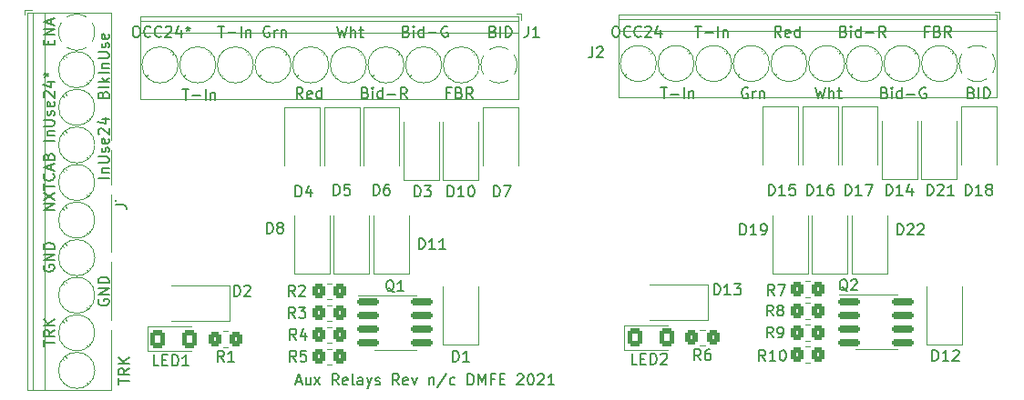
<source format=gto>
%TF.GenerationSoftware,KiCad,Pcbnew,(5.99.0-9393-ga28cb98626)*%
%TF.CreationDate,2021-02-27T14:03:50-08:00*%
%TF.ProjectId,AuxRelays,41757852-656c-4617-9973-2e6b69636164,n/c*%
%TF.SameCoordinates,Original*%
%TF.FileFunction,Legend,Top*%
%TF.FilePolarity,Positive*%
%FSLAX46Y46*%
G04 Gerber Fmt 4.6, Leading zero omitted, Abs format (unit mm)*
G04 Created by KiCad (PCBNEW (5.99.0-9393-ga28cb98626)) date 2021-02-27 14:03:50*
%MOMM*%
%LPD*%
G01*
G04 APERTURE LIST*
G04 Aperture macros list*
%AMRoundRect*
0 Rectangle with rounded corners*
0 $1 Rounding radius*
0 $2 $3 $4 $5 $6 $7 $8 $9 X,Y pos of 4 corners*
0 Add a 4 corners polygon primitive as box body*
4,1,4,$2,$3,$4,$5,$6,$7,$8,$9,$2,$3,0*
0 Add four circle primitives for the rounded corners*
1,1,$1+$1,$2,$3*
1,1,$1+$1,$4,$5*
1,1,$1+$1,$6,$7*
1,1,$1+$1,$8,$9*
0 Add four rect primitives between the rounded corners*
20,1,$1+$1,$2,$3,$4,$5,0*
20,1,$1+$1,$4,$5,$6,$7,0*
20,1,$1+$1,$6,$7,$8,$9,0*
20,1,$1+$1,$8,$9,$2,$3,0*%
G04 Aperture macros list end*
%ADD10C,0.150000*%
%ADD11C,0.120000*%
%ADD12C,2.286000*%
%ADD13RoundRect,0.250000X-0.350000X-0.450000X0.350000X-0.450000X0.350000X0.450000X-0.350000X0.450000X0*%
%ADD14RoundRect,0.250000X0.350000X0.450000X-0.350000X0.450000X-0.350000X-0.450000X0.350000X-0.450000X0*%
%ADD15RoundRect,0.150000X-0.825000X-0.150000X0.825000X-0.150000X0.825000X0.150000X-0.825000X0.150000X0*%
%ADD16RoundRect,0.250001X-0.462499X-0.624999X0.462499X-0.624999X0.462499X0.624999X-0.462499X0.624999X0*%
%ADD17C,2.400000*%
%ADD18R,2.400000X2.400000*%
%ADD19R,1.800000X2.500000*%
%ADD20R,2.500000X1.800000*%
G04 APERTURE END LIST*
D10*
X108650000Y-137326666D02*
X109126190Y-137326666D01*
X108554761Y-137612380D02*
X108888095Y-136612380D01*
X109221428Y-137612380D01*
X109983333Y-136945714D02*
X109983333Y-137612380D01*
X109554761Y-136945714D02*
X109554761Y-137469523D01*
X109602380Y-137564761D01*
X109697619Y-137612380D01*
X109840476Y-137612380D01*
X109935714Y-137564761D01*
X109983333Y-137517142D01*
X110364285Y-137612380D02*
X110888095Y-136945714D01*
X110364285Y-136945714D02*
X110888095Y-137612380D01*
X112602380Y-137612380D02*
X112269047Y-137136190D01*
X112030952Y-137612380D02*
X112030952Y-136612380D01*
X112411904Y-136612380D01*
X112507142Y-136660000D01*
X112554761Y-136707619D01*
X112602380Y-136802857D01*
X112602380Y-136945714D01*
X112554761Y-137040952D01*
X112507142Y-137088571D01*
X112411904Y-137136190D01*
X112030952Y-137136190D01*
X113411904Y-137564761D02*
X113316666Y-137612380D01*
X113126190Y-137612380D01*
X113030952Y-137564761D01*
X112983333Y-137469523D01*
X112983333Y-137088571D01*
X113030952Y-136993333D01*
X113126190Y-136945714D01*
X113316666Y-136945714D01*
X113411904Y-136993333D01*
X113459523Y-137088571D01*
X113459523Y-137183809D01*
X112983333Y-137279047D01*
X114030952Y-137612380D02*
X113935714Y-137564761D01*
X113888095Y-137469523D01*
X113888095Y-136612380D01*
X114840476Y-137612380D02*
X114840476Y-137088571D01*
X114792857Y-136993333D01*
X114697619Y-136945714D01*
X114507142Y-136945714D01*
X114411904Y-136993333D01*
X114840476Y-137564761D02*
X114745238Y-137612380D01*
X114507142Y-137612380D01*
X114411904Y-137564761D01*
X114364285Y-137469523D01*
X114364285Y-137374285D01*
X114411904Y-137279047D01*
X114507142Y-137231428D01*
X114745238Y-137231428D01*
X114840476Y-137183809D01*
X115221428Y-136945714D02*
X115459523Y-137612380D01*
X115697619Y-136945714D02*
X115459523Y-137612380D01*
X115364285Y-137850476D01*
X115316666Y-137898095D01*
X115221428Y-137945714D01*
X116030952Y-137564761D02*
X116126190Y-137612380D01*
X116316666Y-137612380D01*
X116411904Y-137564761D01*
X116459523Y-137469523D01*
X116459523Y-137421904D01*
X116411904Y-137326666D01*
X116316666Y-137279047D01*
X116173809Y-137279047D01*
X116078571Y-137231428D01*
X116030952Y-137136190D01*
X116030952Y-137088571D01*
X116078571Y-136993333D01*
X116173809Y-136945714D01*
X116316666Y-136945714D01*
X116411904Y-136993333D01*
X118221428Y-137612380D02*
X117888095Y-137136190D01*
X117650000Y-137612380D02*
X117650000Y-136612380D01*
X118030952Y-136612380D01*
X118126190Y-136660000D01*
X118173809Y-136707619D01*
X118221428Y-136802857D01*
X118221428Y-136945714D01*
X118173809Y-137040952D01*
X118126190Y-137088571D01*
X118030952Y-137136190D01*
X117650000Y-137136190D01*
X119030952Y-137564761D02*
X118935714Y-137612380D01*
X118745238Y-137612380D01*
X118650000Y-137564761D01*
X118602380Y-137469523D01*
X118602380Y-137088571D01*
X118650000Y-136993333D01*
X118745238Y-136945714D01*
X118935714Y-136945714D01*
X119030952Y-136993333D01*
X119078571Y-137088571D01*
X119078571Y-137183809D01*
X118602380Y-137279047D01*
X119411904Y-136945714D02*
X119650000Y-137612380D01*
X119888095Y-136945714D01*
X121030952Y-136945714D02*
X121030952Y-137612380D01*
X121030952Y-137040952D02*
X121078571Y-136993333D01*
X121173809Y-136945714D01*
X121316666Y-136945714D01*
X121411904Y-136993333D01*
X121459523Y-137088571D01*
X121459523Y-137612380D01*
X122650000Y-136564761D02*
X121792857Y-137850476D01*
X123411904Y-137564761D02*
X123316666Y-137612380D01*
X123126190Y-137612380D01*
X123030952Y-137564761D01*
X122983333Y-137517142D01*
X122935714Y-137421904D01*
X122935714Y-137136190D01*
X122983333Y-137040952D01*
X123030952Y-136993333D01*
X123126190Y-136945714D01*
X123316666Y-136945714D01*
X123411904Y-136993333D01*
X124602380Y-137612380D02*
X124602380Y-136612380D01*
X124840476Y-136612380D01*
X124983333Y-136660000D01*
X125078571Y-136755238D01*
X125126190Y-136850476D01*
X125173809Y-137040952D01*
X125173809Y-137183809D01*
X125126190Y-137374285D01*
X125078571Y-137469523D01*
X124983333Y-137564761D01*
X124840476Y-137612380D01*
X124602380Y-137612380D01*
X125602380Y-137612380D02*
X125602380Y-136612380D01*
X125935714Y-137326666D01*
X126269047Y-136612380D01*
X126269047Y-137612380D01*
X127078571Y-137088571D02*
X126745238Y-137088571D01*
X126745238Y-137612380D02*
X126745238Y-136612380D01*
X127221428Y-136612380D01*
X127602380Y-137088571D02*
X127935714Y-137088571D01*
X128078571Y-137612380D02*
X127602380Y-137612380D01*
X127602380Y-136612380D01*
X128078571Y-136612380D01*
X129221428Y-136707619D02*
X129269047Y-136660000D01*
X129364285Y-136612380D01*
X129602380Y-136612380D01*
X129697619Y-136660000D01*
X129745238Y-136707619D01*
X129792857Y-136802857D01*
X129792857Y-136898095D01*
X129745238Y-137040952D01*
X129173809Y-137612380D01*
X129792857Y-137612380D01*
X130411904Y-136612380D02*
X130507142Y-136612380D01*
X130602380Y-136660000D01*
X130649999Y-136707619D01*
X130697619Y-136802857D01*
X130745238Y-136993333D01*
X130745238Y-137231428D01*
X130697619Y-137421904D01*
X130649999Y-137517142D01*
X130602380Y-137564761D01*
X130507142Y-137612380D01*
X130411904Y-137612380D01*
X130316666Y-137564761D01*
X130269047Y-137517142D01*
X130221428Y-137421904D01*
X130173809Y-137231428D01*
X130173809Y-136993333D01*
X130221428Y-136802857D01*
X130269047Y-136707619D01*
X130316666Y-136660000D01*
X130411904Y-136612380D01*
X131126190Y-136707619D02*
X131173809Y-136660000D01*
X131269047Y-136612380D01*
X131507142Y-136612380D01*
X131602380Y-136660000D01*
X131649999Y-136707619D01*
X131697619Y-136802857D01*
X131697619Y-136898095D01*
X131649999Y-137040952D01*
X131078571Y-137612380D01*
X131697619Y-137612380D01*
X132649999Y-137612380D02*
X132078571Y-137612380D01*
X132364285Y-137612380D02*
X132364285Y-136612380D01*
X132269047Y-136755238D01*
X132173809Y-136850476D01*
X132078571Y-136898095D01*
X92162380Y-137560714D02*
X92162380Y-136989285D01*
X93162380Y-137275000D02*
X92162380Y-137275000D01*
X93162380Y-136084523D02*
X92686190Y-136417857D01*
X93162380Y-136655952D02*
X92162380Y-136655952D01*
X92162380Y-136275000D01*
X92210000Y-136179761D01*
X92257619Y-136132142D01*
X92352857Y-136084523D01*
X92495714Y-136084523D01*
X92590952Y-136132142D01*
X92638571Y-136179761D01*
X92686190Y-136275000D01*
X92686190Y-136655952D01*
X93162380Y-135655952D02*
X92162380Y-135655952D01*
X93162380Y-135084523D02*
X92590952Y-135513095D01*
X92162380Y-135084523D02*
X92733809Y-135655952D01*
X85177380Y-134000714D02*
X85177380Y-133429285D01*
X86177380Y-133715000D02*
X85177380Y-133715000D01*
X86177380Y-132524523D02*
X85701190Y-132857857D01*
X86177380Y-133095952D02*
X85177380Y-133095952D01*
X85177380Y-132715000D01*
X85225000Y-132619761D01*
X85272619Y-132572142D01*
X85367857Y-132524523D01*
X85510714Y-132524523D01*
X85605952Y-132572142D01*
X85653571Y-132619761D01*
X85701190Y-132715000D01*
X85701190Y-133095952D01*
X86177380Y-132095952D02*
X85177380Y-132095952D01*
X86177380Y-131524523D02*
X85605952Y-131953095D01*
X85177380Y-131524523D02*
X85748809Y-132095952D01*
X90305000Y-129666904D02*
X90257380Y-129762142D01*
X90257380Y-129905000D01*
X90305000Y-130047857D01*
X90400238Y-130143095D01*
X90495476Y-130190714D01*
X90685952Y-130238333D01*
X90828809Y-130238333D01*
X91019285Y-130190714D01*
X91114523Y-130143095D01*
X91209761Y-130047857D01*
X91257380Y-129905000D01*
X91257380Y-129809761D01*
X91209761Y-129666904D01*
X91162142Y-129619285D01*
X90828809Y-129619285D01*
X90828809Y-129809761D01*
X91257380Y-129190714D02*
X90257380Y-129190714D01*
X91257380Y-128619285D01*
X90257380Y-128619285D01*
X91257380Y-128143095D02*
X90257380Y-128143095D01*
X90257380Y-127905000D01*
X90305000Y-127762142D01*
X90400238Y-127666904D01*
X90495476Y-127619285D01*
X90685952Y-127571666D01*
X90828809Y-127571666D01*
X91019285Y-127619285D01*
X91114523Y-127666904D01*
X91209761Y-127762142D01*
X91257380Y-127905000D01*
X91257380Y-128143095D01*
X85225000Y-126491904D02*
X85177380Y-126587142D01*
X85177380Y-126730000D01*
X85225000Y-126872857D01*
X85320238Y-126968095D01*
X85415476Y-127015714D01*
X85605952Y-127063333D01*
X85748809Y-127063333D01*
X85939285Y-127015714D01*
X86034523Y-126968095D01*
X86129761Y-126872857D01*
X86177380Y-126730000D01*
X86177380Y-126634761D01*
X86129761Y-126491904D01*
X86082142Y-126444285D01*
X85748809Y-126444285D01*
X85748809Y-126634761D01*
X86177380Y-126015714D02*
X85177380Y-126015714D01*
X86177380Y-125444285D01*
X85177380Y-125444285D01*
X86177380Y-124968095D02*
X85177380Y-124968095D01*
X85177380Y-124730000D01*
X85225000Y-124587142D01*
X85320238Y-124491904D01*
X85415476Y-124444285D01*
X85605952Y-124396666D01*
X85748809Y-124396666D01*
X85939285Y-124444285D01*
X86034523Y-124491904D01*
X86129761Y-124587142D01*
X86177380Y-124730000D01*
X86177380Y-124968095D01*
X86177380Y-121316428D02*
X85177380Y-121316428D01*
X86177380Y-120745000D01*
X85177380Y-120745000D01*
X85177380Y-120364047D02*
X86177380Y-119697380D01*
X85177380Y-119697380D02*
X86177380Y-120364047D01*
X85177380Y-119459285D02*
X85177380Y-118887857D01*
X86177380Y-119173571D02*
X85177380Y-119173571D01*
X86082142Y-117983095D02*
X86129761Y-118030714D01*
X86177380Y-118173571D01*
X86177380Y-118268809D01*
X86129761Y-118411666D01*
X86034523Y-118506904D01*
X85939285Y-118554523D01*
X85748809Y-118602142D01*
X85605952Y-118602142D01*
X85415476Y-118554523D01*
X85320238Y-118506904D01*
X85225000Y-118411666D01*
X85177380Y-118268809D01*
X85177380Y-118173571D01*
X85225000Y-118030714D01*
X85272619Y-117983095D01*
X85891666Y-117602142D02*
X85891666Y-117125952D01*
X86177380Y-117697380D02*
X85177380Y-117364047D01*
X86177380Y-117030714D01*
X85653571Y-116364047D02*
X85701190Y-116221190D01*
X85748809Y-116173571D01*
X85844047Y-116125952D01*
X85986904Y-116125952D01*
X86082142Y-116173571D01*
X86129761Y-116221190D01*
X86177380Y-116316428D01*
X86177380Y-116697380D01*
X85177380Y-116697380D01*
X85177380Y-116364047D01*
X85225000Y-116268809D01*
X85272619Y-116221190D01*
X85367857Y-116173571D01*
X85463095Y-116173571D01*
X85558333Y-116221190D01*
X85605952Y-116268809D01*
X85653571Y-116364047D01*
X85653571Y-116697380D01*
X91257380Y-118331904D02*
X90257380Y-118331904D01*
X90590714Y-117855714D02*
X91257380Y-117855714D01*
X90685952Y-117855714D02*
X90638333Y-117808095D01*
X90590714Y-117712857D01*
X90590714Y-117570000D01*
X90638333Y-117474761D01*
X90733571Y-117427142D01*
X91257380Y-117427142D01*
X90257380Y-116950952D02*
X91066904Y-116950952D01*
X91162142Y-116903333D01*
X91209761Y-116855714D01*
X91257380Y-116760476D01*
X91257380Y-116570000D01*
X91209761Y-116474761D01*
X91162142Y-116427142D01*
X91066904Y-116379523D01*
X90257380Y-116379523D01*
X91209761Y-115950952D02*
X91257380Y-115855714D01*
X91257380Y-115665238D01*
X91209761Y-115570000D01*
X91114523Y-115522380D01*
X91066904Y-115522380D01*
X90971666Y-115570000D01*
X90924047Y-115665238D01*
X90924047Y-115808095D01*
X90876428Y-115903333D01*
X90781190Y-115950952D01*
X90733571Y-115950952D01*
X90638333Y-115903333D01*
X90590714Y-115808095D01*
X90590714Y-115665238D01*
X90638333Y-115570000D01*
X91209761Y-114712857D02*
X91257380Y-114808095D01*
X91257380Y-114998571D01*
X91209761Y-115093809D01*
X91114523Y-115141428D01*
X90733571Y-115141428D01*
X90638333Y-115093809D01*
X90590714Y-114998571D01*
X90590714Y-114808095D01*
X90638333Y-114712857D01*
X90733571Y-114665238D01*
X90828809Y-114665238D01*
X90924047Y-115141428D01*
X90352619Y-114284285D02*
X90305000Y-114236666D01*
X90257380Y-114141428D01*
X90257380Y-113903333D01*
X90305000Y-113808095D01*
X90352619Y-113760476D01*
X90447857Y-113712857D01*
X90543095Y-113712857D01*
X90685952Y-113760476D01*
X91257380Y-114331904D01*
X91257380Y-113712857D01*
X90590714Y-112855714D02*
X91257380Y-112855714D01*
X90209761Y-113093809D02*
X90924047Y-113331904D01*
X90924047Y-112712857D01*
X86177380Y-114902857D02*
X85177380Y-114902857D01*
X85510714Y-114426666D02*
X86177380Y-114426666D01*
X85605952Y-114426666D02*
X85558333Y-114379047D01*
X85510714Y-114283809D01*
X85510714Y-114140952D01*
X85558333Y-114045714D01*
X85653571Y-113998095D01*
X86177380Y-113998095D01*
X85177380Y-113521904D02*
X85986904Y-113521904D01*
X86082142Y-113474285D01*
X86129761Y-113426666D01*
X86177380Y-113331428D01*
X86177380Y-113140952D01*
X86129761Y-113045714D01*
X86082142Y-112998095D01*
X85986904Y-112950476D01*
X85177380Y-112950476D01*
X86129761Y-112521904D02*
X86177380Y-112426666D01*
X86177380Y-112236190D01*
X86129761Y-112140952D01*
X86034523Y-112093333D01*
X85986904Y-112093333D01*
X85891666Y-112140952D01*
X85844047Y-112236190D01*
X85844047Y-112379047D01*
X85796428Y-112474285D01*
X85701190Y-112521904D01*
X85653571Y-112521904D01*
X85558333Y-112474285D01*
X85510714Y-112379047D01*
X85510714Y-112236190D01*
X85558333Y-112140952D01*
X86129761Y-111283809D02*
X86177380Y-111379047D01*
X86177380Y-111569523D01*
X86129761Y-111664761D01*
X86034523Y-111712380D01*
X85653571Y-111712380D01*
X85558333Y-111664761D01*
X85510714Y-111569523D01*
X85510714Y-111379047D01*
X85558333Y-111283809D01*
X85653571Y-111236190D01*
X85748809Y-111236190D01*
X85844047Y-111712380D01*
X85272619Y-110855238D02*
X85225000Y-110807619D01*
X85177380Y-110712380D01*
X85177380Y-110474285D01*
X85225000Y-110379047D01*
X85272619Y-110331428D01*
X85367857Y-110283809D01*
X85463095Y-110283809D01*
X85605952Y-110331428D01*
X86177380Y-110902857D01*
X86177380Y-110283809D01*
X85510714Y-109426666D02*
X86177380Y-109426666D01*
X85129761Y-109664761D02*
X85844047Y-109902857D01*
X85844047Y-109283809D01*
X85177380Y-108760000D02*
X85415476Y-108760000D01*
X85320238Y-108998095D02*
X85415476Y-108760000D01*
X85320238Y-108521904D01*
X85605952Y-108902857D02*
X85415476Y-108760000D01*
X85605952Y-108617142D01*
X90733571Y-110592857D02*
X90781190Y-110450000D01*
X90828809Y-110402380D01*
X90924047Y-110354761D01*
X91066904Y-110354761D01*
X91162142Y-110402380D01*
X91209761Y-110450000D01*
X91257380Y-110545238D01*
X91257380Y-110926190D01*
X90257380Y-110926190D01*
X90257380Y-110592857D01*
X90305000Y-110497619D01*
X90352619Y-110450000D01*
X90447857Y-110402380D01*
X90543095Y-110402380D01*
X90638333Y-110450000D01*
X90685952Y-110497619D01*
X90733571Y-110592857D01*
X90733571Y-110926190D01*
X91257380Y-109783333D02*
X91209761Y-109878571D01*
X91114523Y-109926190D01*
X90257380Y-109926190D01*
X91257380Y-109402380D02*
X90257380Y-109402380D01*
X90876428Y-109307142D02*
X91257380Y-109021428D01*
X90590714Y-109021428D02*
X90971666Y-109402380D01*
X91257380Y-108592857D02*
X90257380Y-108592857D01*
X90590714Y-108116666D02*
X91257380Y-108116666D01*
X90685952Y-108116666D02*
X90638333Y-108069047D01*
X90590714Y-107973809D01*
X90590714Y-107830952D01*
X90638333Y-107735714D01*
X90733571Y-107688095D01*
X91257380Y-107688095D01*
X90257380Y-107211904D02*
X91066904Y-107211904D01*
X91162142Y-107164285D01*
X91209761Y-107116666D01*
X91257380Y-107021428D01*
X91257380Y-106830952D01*
X91209761Y-106735714D01*
X91162142Y-106688095D01*
X91066904Y-106640476D01*
X90257380Y-106640476D01*
X91209761Y-106211904D02*
X91257380Y-106116666D01*
X91257380Y-105926190D01*
X91209761Y-105830952D01*
X91114523Y-105783333D01*
X91066904Y-105783333D01*
X90971666Y-105830952D01*
X90924047Y-105926190D01*
X90924047Y-106069047D01*
X90876428Y-106164285D01*
X90781190Y-106211904D01*
X90733571Y-106211904D01*
X90638333Y-106164285D01*
X90590714Y-106069047D01*
X90590714Y-105926190D01*
X90638333Y-105830952D01*
X91209761Y-104973809D02*
X91257380Y-105069047D01*
X91257380Y-105259523D01*
X91209761Y-105354761D01*
X91114523Y-105402380D01*
X90733571Y-105402380D01*
X90638333Y-105354761D01*
X90590714Y-105259523D01*
X90590714Y-105069047D01*
X90638333Y-104973809D01*
X90733571Y-104926190D01*
X90828809Y-104926190D01*
X90924047Y-105402380D01*
X85653571Y-105941666D02*
X85653571Y-105608333D01*
X86177380Y-105465476D02*
X86177380Y-105941666D01*
X85177380Y-105941666D01*
X85177380Y-105465476D01*
X86177380Y-105036904D02*
X85177380Y-105036904D01*
X86177380Y-104465476D01*
X85177380Y-104465476D01*
X85891666Y-104036904D02*
X85891666Y-103560714D01*
X86177380Y-104132142D02*
X85177380Y-103798809D01*
X86177380Y-103465476D01*
X171418333Y-110418571D02*
X171561190Y-110466190D01*
X171608809Y-110513809D01*
X171656428Y-110609047D01*
X171656428Y-110751904D01*
X171608809Y-110847142D01*
X171561190Y-110894761D01*
X171465952Y-110942380D01*
X171085000Y-110942380D01*
X171085000Y-109942380D01*
X171418333Y-109942380D01*
X171513571Y-109990000D01*
X171561190Y-110037619D01*
X171608809Y-110132857D01*
X171608809Y-110228095D01*
X171561190Y-110323333D01*
X171513571Y-110370952D01*
X171418333Y-110418571D01*
X171085000Y-110418571D01*
X172085000Y-110942380D02*
X172085000Y-109942380D01*
X172561190Y-110942380D02*
X172561190Y-109942380D01*
X172799285Y-109942380D01*
X172942142Y-109990000D01*
X173037380Y-110085238D01*
X173085000Y-110180476D01*
X173132619Y-110370952D01*
X173132619Y-110513809D01*
X173085000Y-110704285D01*
X173037380Y-110799523D01*
X172942142Y-110894761D01*
X172799285Y-110942380D01*
X172561190Y-110942380D01*
X167417857Y-104703571D02*
X167084523Y-104703571D01*
X167084523Y-105227380D02*
X167084523Y-104227380D01*
X167560714Y-104227380D01*
X168275000Y-104703571D02*
X168417857Y-104751190D01*
X168465476Y-104798809D01*
X168513095Y-104894047D01*
X168513095Y-105036904D01*
X168465476Y-105132142D01*
X168417857Y-105179761D01*
X168322619Y-105227380D01*
X167941666Y-105227380D01*
X167941666Y-104227380D01*
X168275000Y-104227380D01*
X168370238Y-104275000D01*
X168417857Y-104322619D01*
X168465476Y-104417857D01*
X168465476Y-104513095D01*
X168417857Y-104608333D01*
X168370238Y-104655952D01*
X168275000Y-104703571D01*
X167941666Y-104703571D01*
X169513095Y-105227380D02*
X169179761Y-104751190D01*
X168941666Y-105227380D02*
X168941666Y-104227380D01*
X169322619Y-104227380D01*
X169417857Y-104275000D01*
X169465476Y-104322619D01*
X169513095Y-104417857D01*
X169513095Y-104560714D01*
X169465476Y-104655952D01*
X169417857Y-104703571D01*
X169322619Y-104751190D01*
X168941666Y-104751190D01*
X163361904Y-110418571D02*
X163504761Y-110466190D01*
X163552380Y-110513809D01*
X163600000Y-110609047D01*
X163600000Y-110751904D01*
X163552380Y-110847142D01*
X163504761Y-110894761D01*
X163409523Y-110942380D01*
X163028571Y-110942380D01*
X163028571Y-109942380D01*
X163361904Y-109942380D01*
X163457142Y-109990000D01*
X163504761Y-110037619D01*
X163552380Y-110132857D01*
X163552380Y-110228095D01*
X163504761Y-110323333D01*
X163457142Y-110370952D01*
X163361904Y-110418571D01*
X163028571Y-110418571D01*
X164028571Y-110942380D02*
X164028571Y-110275714D01*
X164028571Y-109942380D02*
X163980952Y-109990000D01*
X164028571Y-110037619D01*
X164076190Y-109990000D01*
X164028571Y-109942380D01*
X164028571Y-110037619D01*
X164933333Y-110942380D02*
X164933333Y-109942380D01*
X164933333Y-110894761D02*
X164838095Y-110942380D01*
X164647619Y-110942380D01*
X164552380Y-110894761D01*
X164504761Y-110847142D01*
X164457142Y-110751904D01*
X164457142Y-110466190D01*
X164504761Y-110370952D01*
X164552380Y-110323333D01*
X164647619Y-110275714D01*
X164838095Y-110275714D01*
X164933333Y-110323333D01*
X165409523Y-110561428D02*
X166171428Y-110561428D01*
X167171428Y-109990000D02*
X167076190Y-109942380D01*
X166933333Y-109942380D01*
X166790476Y-109990000D01*
X166695238Y-110085238D01*
X166647619Y-110180476D01*
X166600000Y-110370952D01*
X166600000Y-110513809D01*
X166647619Y-110704285D01*
X166695238Y-110799523D01*
X166790476Y-110894761D01*
X166933333Y-110942380D01*
X167028571Y-110942380D01*
X167171428Y-110894761D01*
X167219047Y-110847142D01*
X167219047Y-110513809D01*
X167028571Y-110513809D01*
X159551904Y-104703571D02*
X159694761Y-104751190D01*
X159742380Y-104798809D01*
X159790000Y-104894047D01*
X159790000Y-105036904D01*
X159742380Y-105132142D01*
X159694761Y-105179761D01*
X159599523Y-105227380D01*
X159218571Y-105227380D01*
X159218571Y-104227380D01*
X159551904Y-104227380D01*
X159647142Y-104275000D01*
X159694761Y-104322619D01*
X159742380Y-104417857D01*
X159742380Y-104513095D01*
X159694761Y-104608333D01*
X159647142Y-104655952D01*
X159551904Y-104703571D01*
X159218571Y-104703571D01*
X160218571Y-105227380D02*
X160218571Y-104560714D01*
X160218571Y-104227380D02*
X160170952Y-104275000D01*
X160218571Y-104322619D01*
X160266190Y-104275000D01*
X160218571Y-104227380D01*
X160218571Y-104322619D01*
X161123333Y-105227380D02*
X161123333Y-104227380D01*
X161123333Y-105179761D02*
X161028095Y-105227380D01*
X160837619Y-105227380D01*
X160742380Y-105179761D01*
X160694761Y-105132142D01*
X160647142Y-105036904D01*
X160647142Y-104751190D01*
X160694761Y-104655952D01*
X160742380Y-104608333D01*
X160837619Y-104560714D01*
X161028095Y-104560714D01*
X161123333Y-104608333D01*
X161599523Y-104846428D02*
X162361428Y-104846428D01*
X163409047Y-105227380D02*
X163075714Y-104751190D01*
X162837619Y-105227380D02*
X162837619Y-104227380D01*
X163218571Y-104227380D01*
X163313809Y-104275000D01*
X163361428Y-104322619D01*
X163409047Y-104417857D01*
X163409047Y-104560714D01*
X163361428Y-104655952D01*
X163313809Y-104703571D01*
X163218571Y-104751190D01*
X162837619Y-104751190D01*
X156948333Y-109942380D02*
X157186428Y-110942380D01*
X157376904Y-110228095D01*
X157567380Y-110942380D01*
X157805476Y-109942380D01*
X158186428Y-110942380D02*
X158186428Y-109942380D01*
X158615000Y-110942380D02*
X158615000Y-110418571D01*
X158567380Y-110323333D01*
X158472142Y-110275714D01*
X158329285Y-110275714D01*
X158234047Y-110323333D01*
X158186428Y-110370952D01*
X158948333Y-110275714D02*
X159329285Y-110275714D01*
X159091190Y-109942380D02*
X159091190Y-110799523D01*
X159138809Y-110894761D01*
X159234047Y-110942380D01*
X159329285Y-110942380D01*
X153733571Y-105227380D02*
X153400238Y-104751190D01*
X153162142Y-105227380D02*
X153162142Y-104227380D01*
X153543095Y-104227380D01*
X153638333Y-104275000D01*
X153685952Y-104322619D01*
X153733571Y-104417857D01*
X153733571Y-104560714D01*
X153685952Y-104655952D01*
X153638333Y-104703571D01*
X153543095Y-104751190D01*
X153162142Y-104751190D01*
X154543095Y-105179761D02*
X154447857Y-105227380D01*
X154257380Y-105227380D01*
X154162142Y-105179761D01*
X154114523Y-105084523D01*
X154114523Y-104703571D01*
X154162142Y-104608333D01*
X154257380Y-104560714D01*
X154447857Y-104560714D01*
X154543095Y-104608333D01*
X154590714Y-104703571D01*
X154590714Y-104798809D01*
X154114523Y-104894047D01*
X155447857Y-105227380D02*
X155447857Y-104227380D01*
X155447857Y-105179761D02*
X155352619Y-105227380D01*
X155162142Y-105227380D01*
X155066904Y-105179761D01*
X155019285Y-105132142D01*
X154971666Y-105036904D01*
X154971666Y-104751190D01*
X155019285Y-104655952D01*
X155066904Y-104608333D01*
X155162142Y-104560714D01*
X155352619Y-104560714D01*
X155447857Y-104608333D01*
X150630000Y-109990000D02*
X150534761Y-109942380D01*
X150391904Y-109942380D01*
X150249047Y-109990000D01*
X150153809Y-110085238D01*
X150106190Y-110180476D01*
X150058571Y-110370952D01*
X150058571Y-110513809D01*
X150106190Y-110704285D01*
X150153809Y-110799523D01*
X150249047Y-110894761D01*
X150391904Y-110942380D01*
X150487142Y-110942380D01*
X150630000Y-110894761D01*
X150677619Y-110847142D01*
X150677619Y-110513809D01*
X150487142Y-110513809D01*
X151106190Y-110942380D02*
X151106190Y-110275714D01*
X151106190Y-110466190D02*
X151153809Y-110370952D01*
X151201428Y-110323333D01*
X151296666Y-110275714D01*
X151391904Y-110275714D01*
X151725238Y-110275714D02*
X151725238Y-110942380D01*
X151725238Y-110370952D02*
X151772857Y-110323333D01*
X151868095Y-110275714D01*
X152010952Y-110275714D01*
X152106190Y-110323333D01*
X152153809Y-110418571D01*
X152153809Y-110942380D01*
X145724761Y-104227380D02*
X146296190Y-104227380D01*
X146010476Y-105227380D02*
X146010476Y-104227380D01*
X146629523Y-104846428D02*
X147391428Y-104846428D01*
X147867619Y-105227380D02*
X147867619Y-104227380D01*
X148343809Y-104560714D02*
X148343809Y-105227380D01*
X148343809Y-104655952D02*
X148391428Y-104608333D01*
X148486666Y-104560714D01*
X148629523Y-104560714D01*
X148724761Y-104608333D01*
X148772380Y-104703571D01*
X148772380Y-105227380D01*
X142549761Y-109942380D02*
X143121190Y-109942380D01*
X142835476Y-110942380D02*
X142835476Y-109942380D01*
X143454523Y-110561428D02*
X144216428Y-110561428D01*
X144692619Y-110942380D02*
X144692619Y-109942380D01*
X145168809Y-110275714D02*
X145168809Y-110942380D01*
X145168809Y-110370952D02*
X145216428Y-110323333D01*
X145311666Y-110275714D01*
X145454523Y-110275714D01*
X145549761Y-110323333D01*
X145597380Y-110418571D01*
X145597380Y-110942380D01*
X138287380Y-104227380D02*
X138477857Y-104227380D01*
X138573095Y-104275000D01*
X138668333Y-104370238D01*
X138715952Y-104560714D01*
X138715952Y-104894047D01*
X138668333Y-105084523D01*
X138573095Y-105179761D01*
X138477857Y-105227380D01*
X138287380Y-105227380D01*
X138192142Y-105179761D01*
X138096904Y-105084523D01*
X138049285Y-104894047D01*
X138049285Y-104560714D01*
X138096904Y-104370238D01*
X138192142Y-104275000D01*
X138287380Y-104227380D01*
X139715952Y-105132142D02*
X139668333Y-105179761D01*
X139525476Y-105227380D01*
X139430238Y-105227380D01*
X139287380Y-105179761D01*
X139192142Y-105084523D01*
X139144523Y-104989285D01*
X139096904Y-104798809D01*
X139096904Y-104655952D01*
X139144523Y-104465476D01*
X139192142Y-104370238D01*
X139287380Y-104275000D01*
X139430238Y-104227380D01*
X139525476Y-104227380D01*
X139668333Y-104275000D01*
X139715952Y-104322619D01*
X140715952Y-105132142D02*
X140668333Y-105179761D01*
X140525476Y-105227380D01*
X140430238Y-105227380D01*
X140287380Y-105179761D01*
X140192142Y-105084523D01*
X140144523Y-104989285D01*
X140096904Y-104798809D01*
X140096904Y-104655952D01*
X140144523Y-104465476D01*
X140192142Y-104370238D01*
X140287380Y-104275000D01*
X140430238Y-104227380D01*
X140525476Y-104227380D01*
X140668333Y-104275000D01*
X140715952Y-104322619D01*
X141096904Y-104322619D02*
X141144523Y-104275000D01*
X141239761Y-104227380D01*
X141477857Y-104227380D01*
X141573095Y-104275000D01*
X141620714Y-104322619D01*
X141668333Y-104417857D01*
X141668333Y-104513095D01*
X141620714Y-104655952D01*
X141049285Y-105227380D01*
X141668333Y-105227380D01*
X142525476Y-104560714D02*
X142525476Y-105227380D01*
X142287380Y-104179761D02*
X142049285Y-104894047D01*
X142668333Y-104894047D01*
X101414761Y-104227380D02*
X101986190Y-104227380D01*
X101700476Y-105227380D02*
X101700476Y-104227380D01*
X102319523Y-104846428D02*
X103081428Y-104846428D01*
X103557619Y-105227380D02*
X103557619Y-104227380D01*
X104033809Y-104560714D02*
X104033809Y-105227380D01*
X104033809Y-104655952D02*
X104081428Y-104608333D01*
X104176666Y-104560714D01*
X104319523Y-104560714D01*
X104414761Y-104608333D01*
X104462380Y-104703571D01*
X104462380Y-105227380D01*
X126968333Y-104703571D02*
X127111190Y-104751190D01*
X127158809Y-104798809D01*
X127206428Y-104894047D01*
X127206428Y-105036904D01*
X127158809Y-105132142D01*
X127111190Y-105179761D01*
X127015952Y-105227380D01*
X126635000Y-105227380D01*
X126635000Y-104227380D01*
X126968333Y-104227380D01*
X127063571Y-104275000D01*
X127111190Y-104322619D01*
X127158809Y-104417857D01*
X127158809Y-104513095D01*
X127111190Y-104608333D01*
X127063571Y-104655952D01*
X126968333Y-104703571D01*
X126635000Y-104703571D01*
X127635000Y-105227380D02*
X127635000Y-104227380D01*
X128111190Y-105227380D02*
X128111190Y-104227380D01*
X128349285Y-104227380D01*
X128492142Y-104275000D01*
X128587380Y-104370238D01*
X128635000Y-104465476D01*
X128682619Y-104655952D01*
X128682619Y-104798809D01*
X128635000Y-104989285D01*
X128587380Y-105084523D01*
X128492142Y-105179761D01*
X128349285Y-105227380D01*
X128111190Y-105227380D01*
X122967857Y-110418571D02*
X122634523Y-110418571D01*
X122634523Y-110942380D02*
X122634523Y-109942380D01*
X123110714Y-109942380D01*
X123825000Y-110418571D02*
X123967857Y-110466190D01*
X124015476Y-110513809D01*
X124063095Y-110609047D01*
X124063095Y-110751904D01*
X124015476Y-110847142D01*
X123967857Y-110894761D01*
X123872619Y-110942380D01*
X123491666Y-110942380D01*
X123491666Y-109942380D01*
X123825000Y-109942380D01*
X123920238Y-109990000D01*
X123967857Y-110037619D01*
X124015476Y-110132857D01*
X124015476Y-110228095D01*
X123967857Y-110323333D01*
X123920238Y-110370952D01*
X123825000Y-110418571D01*
X123491666Y-110418571D01*
X125063095Y-110942380D02*
X124729761Y-110466190D01*
X124491666Y-110942380D02*
X124491666Y-109942380D01*
X124872619Y-109942380D01*
X124967857Y-109990000D01*
X125015476Y-110037619D01*
X125063095Y-110132857D01*
X125063095Y-110275714D01*
X125015476Y-110370952D01*
X124967857Y-110418571D01*
X124872619Y-110466190D01*
X124491666Y-110466190D01*
X118911904Y-104703571D02*
X119054761Y-104751190D01*
X119102380Y-104798809D01*
X119150000Y-104894047D01*
X119150000Y-105036904D01*
X119102380Y-105132142D01*
X119054761Y-105179761D01*
X118959523Y-105227380D01*
X118578571Y-105227380D01*
X118578571Y-104227380D01*
X118911904Y-104227380D01*
X119007142Y-104275000D01*
X119054761Y-104322619D01*
X119102380Y-104417857D01*
X119102380Y-104513095D01*
X119054761Y-104608333D01*
X119007142Y-104655952D01*
X118911904Y-104703571D01*
X118578571Y-104703571D01*
X119578571Y-105227380D02*
X119578571Y-104560714D01*
X119578571Y-104227380D02*
X119530952Y-104275000D01*
X119578571Y-104322619D01*
X119626190Y-104275000D01*
X119578571Y-104227380D01*
X119578571Y-104322619D01*
X120483333Y-105227380D02*
X120483333Y-104227380D01*
X120483333Y-105179761D02*
X120388095Y-105227380D01*
X120197619Y-105227380D01*
X120102380Y-105179761D01*
X120054761Y-105132142D01*
X120007142Y-105036904D01*
X120007142Y-104751190D01*
X120054761Y-104655952D01*
X120102380Y-104608333D01*
X120197619Y-104560714D01*
X120388095Y-104560714D01*
X120483333Y-104608333D01*
X120959523Y-104846428D02*
X121721428Y-104846428D01*
X122721428Y-104275000D02*
X122626190Y-104227380D01*
X122483333Y-104227380D01*
X122340476Y-104275000D01*
X122245238Y-104370238D01*
X122197619Y-104465476D01*
X122150000Y-104655952D01*
X122150000Y-104798809D01*
X122197619Y-104989285D01*
X122245238Y-105084523D01*
X122340476Y-105179761D01*
X122483333Y-105227380D01*
X122578571Y-105227380D01*
X122721428Y-105179761D01*
X122769047Y-105132142D01*
X122769047Y-104798809D01*
X122578571Y-104798809D01*
X115101904Y-110418571D02*
X115244761Y-110466190D01*
X115292380Y-110513809D01*
X115340000Y-110609047D01*
X115340000Y-110751904D01*
X115292380Y-110847142D01*
X115244761Y-110894761D01*
X115149523Y-110942380D01*
X114768571Y-110942380D01*
X114768571Y-109942380D01*
X115101904Y-109942380D01*
X115197142Y-109990000D01*
X115244761Y-110037619D01*
X115292380Y-110132857D01*
X115292380Y-110228095D01*
X115244761Y-110323333D01*
X115197142Y-110370952D01*
X115101904Y-110418571D01*
X114768571Y-110418571D01*
X115768571Y-110942380D02*
X115768571Y-110275714D01*
X115768571Y-109942380D02*
X115720952Y-109990000D01*
X115768571Y-110037619D01*
X115816190Y-109990000D01*
X115768571Y-109942380D01*
X115768571Y-110037619D01*
X116673333Y-110942380D02*
X116673333Y-109942380D01*
X116673333Y-110894761D02*
X116578095Y-110942380D01*
X116387619Y-110942380D01*
X116292380Y-110894761D01*
X116244761Y-110847142D01*
X116197142Y-110751904D01*
X116197142Y-110466190D01*
X116244761Y-110370952D01*
X116292380Y-110323333D01*
X116387619Y-110275714D01*
X116578095Y-110275714D01*
X116673333Y-110323333D01*
X117149523Y-110561428D02*
X117911428Y-110561428D01*
X118959047Y-110942380D02*
X118625714Y-110466190D01*
X118387619Y-110942380D02*
X118387619Y-109942380D01*
X118768571Y-109942380D01*
X118863809Y-109990000D01*
X118911428Y-110037619D01*
X118959047Y-110132857D01*
X118959047Y-110275714D01*
X118911428Y-110370952D01*
X118863809Y-110418571D01*
X118768571Y-110466190D01*
X118387619Y-110466190D01*
X112498333Y-104275380D02*
X112736428Y-105275380D01*
X112926904Y-104561095D01*
X113117380Y-105275380D01*
X113355476Y-104275380D01*
X113736428Y-105275380D02*
X113736428Y-104275380D01*
X114165000Y-105275380D02*
X114165000Y-104751571D01*
X114117380Y-104656333D01*
X114022142Y-104608714D01*
X113879285Y-104608714D01*
X113784047Y-104656333D01*
X113736428Y-104703952D01*
X114498333Y-104608714D02*
X114879285Y-104608714D01*
X114641190Y-104275380D02*
X114641190Y-105132523D01*
X114688809Y-105227761D01*
X114784047Y-105275380D01*
X114879285Y-105275380D01*
X109283571Y-110942380D02*
X108950238Y-110466190D01*
X108712142Y-110942380D02*
X108712142Y-109942380D01*
X109093095Y-109942380D01*
X109188333Y-109990000D01*
X109235952Y-110037619D01*
X109283571Y-110132857D01*
X109283571Y-110275714D01*
X109235952Y-110370952D01*
X109188333Y-110418571D01*
X109093095Y-110466190D01*
X108712142Y-110466190D01*
X110093095Y-110894761D02*
X109997857Y-110942380D01*
X109807380Y-110942380D01*
X109712142Y-110894761D01*
X109664523Y-110799523D01*
X109664523Y-110418571D01*
X109712142Y-110323333D01*
X109807380Y-110275714D01*
X109997857Y-110275714D01*
X110093095Y-110323333D01*
X110140714Y-110418571D01*
X110140714Y-110513809D01*
X109664523Y-110609047D01*
X110997857Y-110942380D02*
X110997857Y-109942380D01*
X110997857Y-110894761D02*
X110902619Y-110942380D01*
X110712142Y-110942380D01*
X110616904Y-110894761D01*
X110569285Y-110847142D01*
X110521666Y-110751904D01*
X110521666Y-110466190D01*
X110569285Y-110370952D01*
X110616904Y-110323333D01*
X110712142Y-110275714D01*
X110902619Y-110275714D01*
X110997857Y-110323333D01*
X106180000Y-104275000D02*
X106084761Y-104227380D01*
X105941904Y-104227380D01*
X105799047Y-104275000D01*
X105703809Y-104370238D01*
X105656190Y-104465476D01*
X105608571Y-104655952D01*
X105608571Y-104798809D01*
X105656190Y-104989285D01*
X105703809Y-105084523D01*
X105799047Y-105179761D01*
X105941904Y-105227380D01*
X106037142Y-105227380D01*
X106180000Y-105179761D01*
X106227619Y-105132142D01*
X106227619Y-104798809D01*
X106037142Y-104798809D01*
X106656190Y-105227380D02*
X106656190Y-104560714D01*
X106656190Y-104751190D02*
X106703809Y-104655952D01*
X106751428Y-104608333D01*
X106846666Y-104560714D01*
X106941904Y-104560714D01*
X107275238Y-104560714D02*
X107275238Y-105227380D01*
X107275238Y-104655952D02*
X107322857Y-104608333D01*
X107418095Y-104560714D01*
X107560952Y-104560714D01*
X107656190Y-104608333D01*
X107703809Y-104703571D01*
X107703809Y-105227380D01*
X98099761Y-110069380D02*
X98671190Y-110069380D01*
X98385476Y-111069380D02*
X98385476Y-110069380D01*
X99004523Y-110688428D02*
X99766428Y-110688428D01*
X100242619Y-111069380D02*
X100242619Y-110069380D01*
X100718809Y-110402714D02*
X100718809Y-111069380D01*
X100718809Y-110497952D02*
X100766428Y-110450333D01*
X100861666Y-110402714D01*
X101004523Y-110402714D01*
X101099761Y-110450333D01*
X101147380Y-110545571D01*
X101147380Y-111069380D01*
X93710428Y-104227380D02*
X93900904Y-104227380D01*
X93996142Y-104275000D01*
X94091380Y-104370238D01*
X94139000Y-104560714D01*
X94139000Y-104894047D01*
X94091380Y-105084523D01*
X93996142Y-105179761D01*
X93900904Y-105227380D01*
X93710428Y-105227380D01*
X93615190Y-105179761D01*
X93519952Y-105084523D01*
X93472333Y-104894047D01*
X93472333Y-104560714D01*
X93519952Y-104370238D01*
X93615190Y-104275000D01*
X93710428Y-104227380D01*
X95139000Y-105132142D02*
X95091380Y-105179761D01*
X94948523Y-105227380D01*
X94853285Y-105227380D01*
X94710428Y-105179761D01*
X94615190Y-105084523D01*
X94567571Y-104989285D01*
X94519952Y-104798809D01*
X94519952Y-104655952D01*
X94567571Y-104465476D01*
X94615190Y-104370238D01*
X94710428Y-104275000D01*
X94853285Y-104227380D01*
X94948523Y-104227380D01*
X95091380Y-104275000D01*
X95139000Y-104322619D01*
X96139000Y-105132142D02*
X96091380Y-105179761D01*
X95948523Y-105227380D01*
X95853285Y-105227380D01*
X95710428Y-105179761D01*
X95615190Y-105084523D01*
X95567571Y-104989285D01*
X95519952Y-104798809D01*
X95519952Y-104655952D01*
X95567571Y-104465476D01*
X95615190Y-104370238D01*
X95710428Y-104275000D01*
X95853285Y-104227380D01*
X95948523Y-104227380D01*
X96091380Y-104275000D01*
X96139000Y-104322619D01*
X96519952Y-104322619D02*
X96567571Y-104275000D01*
X96662809Y-104227380D01*
X96900904Y-104227380D01*
X96996142Y-104275000D01*
X97043761Y-104322619D01*
X97091380Y-104417857D01*
X97091380Y-104513095D01*
X97043761Y-104655952D01*
X96472333Y-105227380D01*
X97091380Y-105227380D01*
X97948523Y-104560714D02*
X97948523Y-105227380D01*
X97710428Y-104179761D02*
X97472333Y-104894047D01*
X98091380Y-104894047D01*
X98615190Y-104227380D02*
X98615190Y-104465476D01*
X98377095Y-104370238D02*
X98615190Y-104465476D01*
X98853285Y-104370238D01*
X98472333Y-104655952D02*
X98615190Y-104465476D01*
X98758047Y-104655952D01*
%TO.C,R10*%
X152265142Y-135380380D02*
X151931809Y-134904190D01*
X151693714Y-135380380D02*
X151693714Y-134380380D01*
X152074666Y-134380380D01*
X152169904Y-134428000D01*
X152217523Y-134475619D01*
X152265142Y-134570857D01*
X152265142Y-134713714D01*
X152217523Y-134808952D01*
X152169904Y-134856571D01*
X152074666Y-134904190D01*
X151693714Y-134904190D01*
X153217523Y-135380380D02*
X152646095Y-135380380D01*
X152931809Y-135380380D02*
X152931809Y-134380380D01*
X152836571Y-134523238D01*
X152741333Y-134618476D01*
X152646095Y-134666095D01*
X153836571Y-134380380D02*
X153931809Y-134380380D01*
X154027047Y-134428000D01*
X154074666Y-134475619D01*
X154122285Y-134570857D01*
X154169904Y-134761333D01*
X154169904Y-134999428D01*
X154122285Y-135189904D01*
X154074666Y-135285142D01*
X154027047Y-135332761D01*
X153931809Y-135380380D01*
X153836571Y-135380380D01*
X153741333Y-135332761D01*
X153693714Y-135285142D01*
X153646095Y-135189904D01*
X153598476Y-134999428D01*
X153598476Y-134761333D01*
X153646095Y-134570857D01*
X153693714Y-134475619D01*
X153741333Y-134428000D01*
X153836571Y-134380380D01*
%TO.C,R9*%
X152995333Y-133221380D02*
X152662000Y-132745190D01*
X152423904Y-133221380D02*
X152423904Y-132221380D01*
X152804857Y-132221380D01*
X152900095Y-132269000D01*
X152947714Y-132316619D01*
X152995333Y-132411857D01*
X152995333Y-132554714D01*
X152947714Y-132649952D01*
X152900095Y-132697571D01*
X152804857Y-132745190D01*
X152423904Y-132745190D01*
X153471523Y-133221380D02*
X153662000Y-133221380D01*
X153757238Y-133173761D01*
X153804857Y-133126142D01*
X153900095Y-132983285D01*
X153947714Y-132792809D01*
X153947714Y-132411857D01*
X153900095Y-132316619D01*
X153852476Y-132269000D01*
X153757238Y-132221380D01*
X153566761Y-132221380D01*
X153471523Y-132269000D01*
X153423904Y-132316619D01*
X153376285Y-132411857D01*
X153376285Y-132649952D01*
X153423904Y-132745190D01*
X153471523Y-132792809D01*
X153566761Y-132840428D01*
X153757238Y-132840428D01*
X153852476Y-132792809D01*
X153900095Y-132745190D01*
X153947714Y-132649952D01*
%TO.C,R8*%
X152995333Y-131189380D02*
X152662000Y-130713190D01*
X152423904Y-131189380D02*
X152423904Y-130189380D01*
X152804857Y-130189380D01*
X152900095Y-130237000D01*
X152947714Y-130284619D01*
X152995333Y-130379857D01*
X152995333Y-130522714D01*
X152947714Y-130617952D01*
X152900095Y-130665571D01*
X152804857Y-130713190D01*
X152423904Y-130713190D01*
X153566761Y-130617952D02*
X153471523Y-130570333D01*
X153423904Y-130522714D01*
X153376285Y-130427476D01*
X153376285Y-130379857D01*
X153423904Y-130284619D01*
X153471523Y-130237000D01*
X153566761Y-130189380D01*
X153757238Y-130189380D01*
X153852476Y-130237000D01*
X153900095Y-130284619D01*
X153947714Y-130379857D01*
X153947714Y-130427476D01*
X153900095Y-130522714D01*
X153852476Y-130570333D01*
X153757238Y-130617952D01*
X153566761Y-130617952D01*
X153471523Y-130665571D01*
X153423904Y-130713190D01*
X153376285Y-130808428D01*
X153376285Y-130998904D01*
X153423904Y-131094142D01*
X153471523Y-131141761D01*
X153566761Y-131189380D01*
X153757238Y-131189380D01*
X153852476Y-131141761D01*
X153900095Y-131094142D01*
X153947714Y-130998904D01*
X153947714Y-130808428D01*
X153900095Y-130713190D01*
X153852476Y-130665571D01*
X153757238Y-130617952D01*
%TO.C,R7*%
X153106333Y-129284380D02*
X152773000Y-128808190D01*
X152534904Y-129284380D02*
X152534904Y-128284380D01*
X152915857Y-128284380D01*
X153011095Y-128332000D01*
X153058714Y-128379619D01*
X153106333Y-128474857D01*
X153106333Y-128617714D01*
X153058714Y-128712952D01*
X153011095Y-128760571D01*
X152915857Y-128808190D01*
X152534904Y-128808190D01*
X153439666Y-128284380D02*
X154106333Y-128284380D01*
X153677761Y-129284380D01*
%TO.C,R6*%
X146264333Y-135325380D02*
X145931000Y-134849190D01*
X145692904Y-135325380D02*
X145692904Y-134325380D01*
X146073857Y-134325380D01*
X146169095Y-134373000D01*
X146216714Y-134420619D01*
X146264333Y-134515857D01*
X146264333Y-134658714D01*
X146216714Y-134753952D01*
X146169095Y-134801571D01*
X146073857Y-134849190D01*
X145692904Y-134849190D01*
X147121476Y-134325380D02*
X146931000Y-134325380D01*
X146835761Y-134373000D01*
X146788142Y-134420619D01*
X146692904Y-134563476D01*
X146645285Y-134753952D01*
X146645285Y-135134904D01*
X146692904Y-135230142D01*
X146740523Y-135277761D01*
X146835761Y-135325380D01*
X147026238Y-135325380D01*
X147121476Y-135277761D01*
X147169095Y-135230142D01*
X147216714Y-135134904D01*
X147216714Y-134896809D01*
X147169095Y-134801571D01*
X147121476Y-134753952D01*
X147026238Y-134706333D01*
X146835761Y-134706333D01*
X146740523Y-134753952D01*
X146692904Y-134801571D01*
X146645285Y-134896809D01*
%TO.C,R5*%
X108672333Y-135453380D02*
X108339000Y-134977190D01*
X108100904Y-135453380D02*
X108100904Y-134453380D01*
X108481857Y-134453380D01*
X108577095Y-134501000D01*
X108624714Y-134548619D01*
X108672333Y-134643857D01*
X108672333Y-134786714D01*
X108624714Y-134881952D01*
X108577095Y-134929571D01*
X108481857Y-134977190D01*
X108100904Y-134977190D01*
X109577095Y-134453380D02*
X109100904Y-134453380D01*
X109053285Y-134929571D01*
X109100904Y-134881952D01*
X109196142Y-134834333D01*
X109434238Y-134834333D01*
X109529476Y-134881952D01*
X109577095Y-134929571D01*
X109624714Y-135024809D01*
X109624714Y-135262904D01*
X109577095Y-135358142D01*
X109529476Y-135405761D01*
X109434238Y-135453380D01*
X109196142Y-135453380D01*
X109100904Y-135405761D01*
X109053285Y-135358142D01*
%TO.C,R4*%
X108672333Y-133421380D02*
X108339000Y-132945190D01*
X108100904Y-133421380D02*
X108100904Y-132421380D01*
X108481857Y-132421380D01*
X108577095Y-132469000D01*
X108624714Y-132516619D01*
X108672333Y-132611857D01*
X108672333Y-132754714D01*
X108624714Y-132849952D01*
X108577095Y-132897571D01*
X108481857Y-132945190D01*
X108100904Y-132945190D01*
X109529476Y-132754714D02*
X109529476Y-133421380D01*
X109291380Y-132373761D02*
X109053285Y-133088047D01*
X109672333Y-133088047D01*
%TO.C,R3*%
X108561333Y-131389380D02*
X108228000Y-130913190D01*
X107989904Y-131389380D02*
X107989904Y-130389380D01*
X108370857Y-130389380D01*
X108466095Y-130437000D01*
X108513714Y-130484619D01*
X108561333Y-130579857D01*
X108561333Y-130722714D01*
X108513714Y-130817952D01*
X108466095Y-130865571D01*
X108370857Y-130913190D01*
X107989904Y-130913190D01*
X108894666Y-130389380D02*
X109513714Y-130389380D01*
X109180380Y-130770333D01*
X109323238Y-130770333D01*
X109418476Y-130817952D01*
X109466095Y-130865571D01*
X109513714Y-130960809D01*
X109513714Y-131198904D01*
X109466095Y-131294142D01*
X109418476Y-131341761D01*
X109323238Y-131389380D01*
X109037523Y-131389380D01*
X108942285Y-131341761D01*
X108894666Y-131294142D01*
%TO.C,R2*%
X108545333Y-129357380D02*
X108212000Y-128881190D01*
X107973904Y-129357380D02*
X107973904Y-128357380D01*
X108354857Y-128357380D01*
X108450095Y-128405000D01*
X108497714Y-128452619D01*
X108545333Y-128547857D01*
X108545333Y-128690714D01*
X108497714Y-128785952D01*
X108450095Y-128833571D01*
X108354857Y-128881190D01*
X107973904Y-128881190D01*
X108926285Y-128452619D02*
X108973904Y-128405000D01*
X109069142Y-128357380D01*
X109307238Y-128357380D01*
X109402476Y-128405000D01*
X109450095Y-128452619D01*
X109497714Y-128547857D01*
X109497714Y-128643095D01*
X109450095Y-128785952D01*
X108878666Y-129357380D01*
X109497714Y-129357380D01*
%TO.C,R1*%
X101941333Y-135452380D02*
X101608000Y-134976190D01*
X101369904Y-135452380D02*
X101369904Y-134452380D01*
X101750857Y-134452380D01*
X101846095Y-134500000D01*
X101893714Y-134547619D01*
X101941333Y-134642857D01*
X101941333Y-134785714D01*
X101893714Y-134880952D01*
X101846095Y-134928571D01*
X101750857Y-134976190D01*
X101369904Y-134976190D01*
X102893714Y-135452380D02*
X102322285Y-135452380D01*
X102608000Y-135452380D02*
X102608000Y-134452380D01*
X102512761Y-134595238D01*
X102417523Y-134690476D01*
X102322285Y-134738095D01*
%TO.C,Q2*%
X159908761Y-128900619D02*
X159813523Y-128853000D01*
X159718285Y-128757761D01*
X159575428Y-128614904D01*
X159480190Y-128567285D01*
X159384952Y-128567285D01*
X159432571Y-128805380D02*
X159337333Y-128757761D01*
X159242095Y-128662523D01*
X159194476Y-128472047D01*
X159194476Y-128138714D01*
X159242095Y-127948238D01*
X159337333Y-127853000D01*
X159432571Y-127805380D01*
X159623047Y-127805380D01*
X159718285Y-127853000D01*
X159813523Y-127948238D01*
X159861142Y-128138714D01*
X159861142Y-128472047D01*
X159813523Y-128662523D01*
X159718285Y-128757761D01*
X159623047Y-128805380D01*
X159432571Y-128805380D01*
X160242095Y-127900619D02*
X160289714Y-127853000D01*
X160384952Y-127805380D01*
X160623047Y-127805380D01*
X160718285Y-127853000D01*
X160765904Y-127900619D01*
X160813523Y-127995857D01*
X160813523Y-128091095D01*
X160765904Y-128233952D01*
X160194476Y-128805380D01*
X160813523Y-128805380D01*
%TO.C,Q1*%
X117760761Y-128973619D02*
X117665523Y-128926000D01*
X117570285Y-128830761D01*
X117427428Y-128687904D01*
X117332190Y-128640285D01*
X117236952Y-128640285D01*
X117284571Y-128878380D02*
X117189333Y-128830761D01*
X117094095Y-128735523D01*
X117046476Y-128545047D01*
X117046476Y-128211714D01*
X117094095Y-128021238D01*
X117189333Y-127926000D01*
X117284571Y-127878380D01*
X117475047Y-127878380D01*
X117570285Y-127926000D01*
X117665523Y-128021238D01*
X117713142Y-128211714D01*
X117713142Y-128545047D01*
X117665523Y-128735523D01*
X117570285Y-128830761D01*
X117475047Y-128878380D01*
X117284571Y-128878380D01*
X118665523Y-128878380D02*
X118094095Y-128878380D01*
X118379809Y-128878380D02*
X118379809Y-127878380D01*
X118284571Y-128021238D01*
X118189333Y-128116476D01*
X118094095Y-128164095D01*
%TO.C,LED2*%
X140358952Y-135707380D02*
X139882761Y-135707380D01*
X139882761Y-134707380D01*
X140692285Y-135183571D02*
X141025619Y-135183571D01*
X141168476Y-135707380D02*
X140692285Y-135707380D01*
X140692285Y-134707380D01*
X141168476Y-134707380D01*
X141597047Y-135707380D02*
X141597047Y-134707380D01*
X141835142Y-134707380D01*
X141978000Y-134755000D01*
X142073238Y-134850238D01*
X142120857Y-134945476D01*
X142168476Y-135135952D01*
X142168476Y-135278809D01*
X142120857Y-135469285D01*
X142073238Y-135564523D01*
X141978000Y-135659761D01*
X141835142Y-135707380D01*
X141597047Y-135707380D01*
X142549428Y-134802619D02*
X142597047Y-134755000D01*
X142692285Y-134707380D01*
X142930380Y-134707380D01*
X143025619Y-134755000D01*
X143073238Y-134802619D01*
X143120857Y-134897857D01*
X143120857Y-134993095D01*
X143073238Y-135135952D01*
X142501809Y-135707380D01*
X143120857Y-135707380D01*
%TO.C,LED1*%
X95908952Y-135834380D02*
X95432761Y-135834380D01*
X95432761Y-134834380D01*
X96242285Y-135310571D02*
X96575619Y-135310571D01*
X96718476Y-135834380D02*
X96242285Y-135834380D01*
X96242285Y-134834380D01*
X96718476Y-134834380D01*
X97147047Y-135834380D02*
X97147047Y-134834380D01*
X97385142Y-134834380D01*
X97528000Y-134882000D01*
X97623238Y-134977238D01*
X97670857Y-135072476D01*
X97718476Y-135262952D01*
X97718476Y-135405809D01*
X97670857Y-135596285D01*
X97623238Y-135691523D01*
X97528000Y-135786761D01*
X97385142Y-135834380D01*
X97147047Y-135834380D01*
X98670857Y-135834380D02*
X98099428Y-135834380D01*
X98385142Y-135834380D02*
X98385142Y-134834380D01*
X98289904Y-134977238D01*
X98194666Y-135072476D01*
X98099428Y-135120095D01*
%TO.C,J3*%
X91877380Y-120858333D02*
X92591666Y-120858333D01*
X92734523Y-120905952D01*
X92829761Y-121001190D01*
X92877380Y-121144047D01*
X92877380Y-121239285D01*
X91877380Y-120477380D02*
X91877380Y-119858333D01*
X92258333Y-120191666D01*
X92258333Y-120048809D01*
X92305952Y-119953571D01*
X92353571Y-119905952D01*
X92448809Y-119858333D01*
X92686904Y-119858333D01*
X92782142Y-119905952D01*
X92829761Y-119953571D01*
X92877380Y-120048809D01*
X92877380Y-120334523D01*
X92829761Y-120429761D01*
X92782142Y-120477380D01*
%TO.C,J2*%
X136191666Y-106132380D02*
X136191666Y-106846666D01*
X136144047Y-106989523D01*
X136048809Y-107084761D01*
X135905952Y-107132380D01*
X135810714Y-107132380D01*
X136620238Y-106227619D02*
X136667857Y-106180000D01*
X136763095Y-106132380D01*
X137001190Y-106132380D01*
X137096428Y-106180000D01*
X137144047Y-106227619D01*
X137191666Y-106322857D01*
X137191666Y-106418095D01*
X137144047Y-106560952D01*
X136572619Y-107132380D01*
X137191666Y-107132380D01*
%TO.C,J1*%
X130220666Y-104227380D02*
X130220666Y-104941666D01*
X130173047Y-105084523D01*
X130077809Y-105179761D01*
X129934952Y-105227380D01*
X129839714Y-105227380D01*
X131220666Y-105227380D02*
X130649238Y-105227380D01*
X130934952Y-105227380D02*
X130934952Y-104227380D01*
X130839714Y-104370238D01*
X130744476Y-104465476D01*
X130649238Y-104513095D01*
%TO.C,D22*%
X164520714Y-123642380D02*
X164520714Y-122642380D01*
X164758809Y-122642380D01*
X164901666Y-122690000D01*
X164996904Y-122785238D01*
X165044523Y-122880476D01*
X165092142Y-123070952D01*
X165092142Y-123213809D01*
X165044523Y-123404285D01*
X164996904Y-123499523D01*
X164901666Y-123594761D01*
X164758809Y-123642380D01*
X164520714Y-123642380D01*
X165473095Y-122737619D02*
X165520714Y-122690000D01*
X165615952Y-122642380D01*
X165854047Y-122642380D01*
X165949285Y-122690000D01*
X165996904Y-122737619D01*
X166044523Y-122832857D01*
X166044523Y-122928095D01*
X165996904Y-123070952D01*
X165425476Y-123642380D01*
X166044523Y-123642380D01*
X166425476Y-122737619D02*
X166473095Y-122690000D01*
X166568333Y-122642380D01*
X166806428Y-122642380D01*
X166901666Y-122690000D01*
X166949285Y-122737619D01*
X166996904Y-122832857D01*
X166996904Y-122928095D01*
X166949285Y-123070952D01*
X166377857Y-123642380D01*
X166996904Y-123642380D01*
%TO.C,D21*%
X167314714Y-119959380D02*
X167314714Y-118959380D01*
X167552809Y-118959380D01*
X167695666Y-119007000D01*
X167790904Y-119102238D01*
X167838523Y-119197476D01*
X167886142Y-119387952D01*
X167886142Y-119530809D01*
X167838523Y-119721285D01*
X167790904Y-119816523D01*
X167695666Y-119911761D01*
X167552809Y-119959380D01*
X167314714Y-119959380D01*
X168267095Y-119054619D02*
X168314714Y-119007000D01*
X168409952Y-118959380D01*
X168648047Y-118959380D01*
X168743285Y-119007000D01*
X168790904Y-119054619D01*
X168838523Y-119149857D01*
X168838523Y-119245095D01*
X168790904Y-119387952D01*
X168219476Y-119959380D01*
X168838523Y-119959380D01*
X169790904Y-119959380D02*
X169219476Y-119959380D01*
X169505190Y-119959380D02*
X169505190Y-118959380D01*
X169409952Y-119102238D01*
X169314714Y-119197476D01*
X169219476Y-119245095D01*
%TO.C,D19*%
X149915714Y-123642380D02*
X149915714Y-122642380D01*
X150153809Y-122642380D01*
X150296666Y-122690000D01*
X150391904Y-122785238D01*
X150439523Y-122880476D01*
X150487142Y-123070952D01*
X150487142Y-123213809D01*
X150439523Y-123404285D01*
X150391904Y-123499523D01*
X150296666Y-123594761D01*
X150153809Y-123642380D01*
X149915714Y-123642380D01*
X151439523Y-123642380D02*
X150868095Y-123642380D01*
X151153809Y-123642380D02*
X151153809Y-122642380D01*
X151058571Y-122785238D01*
X150963333Y-122880476D01*
X150868095Y-122928095D01*
X151915714Y-123642380D02*
X152106190Y-123642380D01*
X152201428Y-123594761D01*
X152249047Y-123547142D01*
X152344285Y-123404285D01*
X152391904Y-123213809D01*
X152391904Y-122832857D01*
X152344285Y-122737619D01*
X152296666Y-122690000D01*
X152201428Y-122642380D01*
X152010952Y-122642380D01*
X151915714Y-122690000D01*
X151868095Y-122737619D01*
X151820476Y-122832857D01*
X151820476Y-123070952D01*
X151868095Y-123166190D01*
X151915714Y-123213809D01*
X152010952Y-123261428D01*
X152201428Y-123261428D01*
X152296666Y-123213809D01*
X152344285Y-123166190D01*
X152391904Y-123070952D01*
%TO.C,D18*%
X170870714Y-119959380D02*
X170870714Y-118959380D01*
X171108809Y-118959380D01*
X171251666Y-119007000D01*
X171346904Y-119102238D01*
X171394523Y-119197476D01*
X171442142Y-119387952D01*
X171442142Y-119530809D01*
X171394523Y-119721285D01*
X171346904Y-119816523D01*
X171251666Y-119911761D01*
X171108809Y-119959380D01*
X170870714Y-119959380D01*
X172394523Y-119959380D02*
X171823095Y-119959380D01*
X172108809Y-119959380D02*
X172108809Y-118959380D01*
X172013571Y-119102238D01*
X171918333Y-119197476D01*
X171823095Y-119245095D01*
X172965952Y-119387952D02*
X172870714Y-119340333D01*
X172823095Y-119292714D01*
X172775476Y-119197476D01*
X172775476Y-119149857D01*
X172823095Y-119054619D01*
X172870714Y-119007000D01*
X172965952Y-118959380D01*
X173156428Y-118959380D01*
X173251666Y-119007000D01*
X173299285Y-119054619D01*
X173346904Y-119149857D01*
X173346904Y-119197476D01*
X173299285Y-119292714D01*
X173251666Y-119340333D01*
X173156428Y-119387952D01*
X172965952Y-119387952D01*
X172870714Y-119435571D01*
X172823095Y-119483190D01*
X172775476Y-119578428D01*
X172775476Y-119768904D01*
X172823095Y-119864142D01*
X172870714Y-119911761D01*
X172965952Y-119959380D01*
X173156428Y-119959380D01*
X173251666Y-119911761D01*
X173299285Y-119864142D01*
X173346904Y-119768904D01*
X173346904Y-119578428D01*
X173299285Y-119483190D01*
X173251666Y-119435571D01*
X173156428Y-119387952D01*
%TO.C,D17*%
X159694714Y-119959380D02*
X159694714Y-118959380D01*
X159932809Y-118959380D01*
X160075666Y-119007000D01*
X160170904Y-119102238D01*
X160218523Y-119197476D01*
X160266142Y-119387952D01*
X160266142Y-119530809D01*
X160218523Y-119721285D01*
X160170904Y-119816523D01*
X160075666Y-119911761D01*
X159932809Y-119959380D01*
X159694714Y-119959380D01*
X161218523Y-119959380D02*
X160647095Y-119959380D01*
X160932809Y-119959380D02*
X160932809Y-118959380D01*
X160837571Y-119102238D01*
X160742333Y-119197476D01*
X160647095Y-119245095D01*
X161551857Y-118959380D02*
X162218523Y-118959380D01*
X161789952Y-119959380D01*
%TO.C,D16*%
X156138714Y-119959380D02*
X156138714Y-118959380D01*
X156376809Y-118959380D01*
X156519666Y-119007000D01*
X156614904Y-119102238D01*
X156662523Y-119197476D01*
X156710142Y-119387952D01*
X156710142Y-119530809D01*
X156662523Y-119721285D01*
X156614904Y-119816523D01*
X156519666Y-119911761D01*
X156376809Y-119959380D01*
X156138714Y-119959380D01*
X157662523Y-119959380D02*
X157091095Y-119959380D01*
X157376809Y-119959380D02*
X157376809Y-118959380D01*
X157281571Y-119102238D01*
X157186333Y-119197476D01*
X157091095Y-119245095D01*
X158519666Y-118959380D02*
X158329190Y-118959380D01*
X158233952Y-119007000D01*
X158186333Y-119054619D01*
X158091095Y-119197476D01*
X158043476Y-119387952D01*
X158043476Y-119768904D01*
X158091095Y-119864142D01*
X158138714Y-119911761D01*
X158233952Y-119959380D01*
X158424428Y-119959380D01*
X158519666Y-119911761D01*
X158567285Y-119864142D01*
X158614904Y-119768904D01*
X158614904Y-119530809D01*
X158567285Y-119435571D01*
X158519666Y-119387952D01*
X158424428Y-119340333D01*
X158233952Y-119340333D01*
X158138714Y-119387952D01*
X158091095Y-119435571D01*
X158043476Y-119530809D01*
%TO.C,D15*%
X152582714Y-119959380D02*
X152582714Y-118959380D01*
X152820809Y-118959380D01*
X152963666Y-119007000D01*
X153058904Y-119102238D01*
X153106523Y-119197476D01*
X153154142Y-119387952D01*
X153154142Y-119530809D01*
X153106523Y-119721285D01*
X153058904Y-119816523D01*
X152963666Y-119911761D01*
X152820809Y-119959380D01*
X152582714Y-119959380D01*
X154106523Y-119959380D02*
X153535095Y-119959380D01*
X153820809Y-119959380D02*
X153820809Y-118959380D01*
X153725571Y-119102238D01*
X153630333Y-119197476D01*
X153535095Y-119245095D01*
X155011285Y-118959380D02*
X154535095Y-118959380D01*
X154487476Y-119435571D01*
X154535095Y-119387952D01*
X154630333Y-119340333D01*
X154868428Y-119340333D01*
X154963666Y-119387952D01*
X155011285Y-119435571D01*
X155058904Y-119530809D01*
X155058904Y-119768904D01*
X155011285Y-119864142D01*
X154963666Y-119911761D01*
X154868428Y-119959380D01*
X154630333Y-119959380D01*
X154535095Y-119911761D01*
X154487476Y-119864142D01*
%TO.C,D14*%
X163504714Y-119959380D02*
X163504714Y-118959380D01*
X163742809Y-118959380D01*
X163885666Y-119007000D01*
X163980904Y-119102238D01*
X164028523Y-119197476D01*
X164076142Y-119387952D01*
X164076142Y-119530809D01*
X164028523Y-119721285D01*
X163980904Y-119816523D01*
X163885666Y-119911761D01*
X163742809Y-119959380D01*
X163504714Y-119959380D01*
X165028523Y-119959380D02*
X164457095Y-119959380D01*
X164742809Y-119959380D02*
X164742809Y-118959380D01*
X164647571Y-119102238D01*
X164552333Y-119197476D01*
X164457095Y-119245095D01*
X165885666Y-119292714D02*
X165885666Y-119959380D01*
X165647571Y-118911761D02*
X165409476Y-119626047D01*
X166028523Y-119626047D01*
%TO.C,D13*%
X147502714Y-129230380D02*
X147502714Y-128230380D01*
X147740809Y-128230380D01*
X147883666Y-128278000D01*
X147978904Y-128373238D01*
X148026523Y-128468476D01*
X148074142Y-128658952D01*
X148074142Y-128801809D01*
X148026523Y-128992285D01*
X147978904Y-129087523D01*
X147883666Y-129182761D01*
X147740809Y-129230380D01*
X147502714Y-129230380D01*
X149026523Y-129230380D02*
X148455095Y-129230380D01*
X148740809Y-129230380D02*
X148740809Y-128230380D01*
X148645571Y-128373238D01*
X148550333Y-128468476D01*
X148455095Y-128516095D01*
X149359857Y-128230380D02*
X149978904Y-128230380D01*
X149645571Y-128611333D01*
X149788428Y-128611333D01*
X149883666Y-128658952D01*
X149931285Y-128706571D01*
X149978904Y-128801809D01*
X149978904Y-129039904D01*
X149931285Y-129135142D01*
X149883666Y-129182761D01*
X149788428Y-129230380D01*
X149502714Y-129230380D01*
X149407476Y-129182761D01*
X149359857Y-129135142D01*
%TO.C,D12*%
X167790714Y-135380380D02*
X167790714Y-134380380D01*
X168028809Y-134380380D01*
X168171666Y-134428000D01*
X168266904Y-134523238D01*
X168314523Y-134618476D01*
X168362142Y-134808952D01*
X168362142Y-134951809D01*
X168314523Y-135142285D01*
X168266904Y-135237523D01*
X168171666Y-135332761D01*
X168028809Y-135380380D01*
X167790714Y-135380380D01*
X169314523Y-135380380D02*
X168743095Y-135380380D01*
X169028809Y-135380380D02*
X169028809Y-134380380D01*
X168933571Y-134523238D01*
X168838333Y-134618476D01*
X168743095Y-134666095D01*
X169695476Y-134475619D02*
X169743095Y-134428000D01*
X169838333Y-134380380D01*
X170076428Y-134380380D01*
X170171666Y-134428000D01*
X170219285Y-134475619D01*
X170266904Y-134570857D01*
X170266904Y-134666095D01*
X170219285Y-134808952D01*
X169647857Y-135380380D01*
X170266904Y-135380380D01*
%TO.C,D11*%
X120070714Y-124977380D02*
X120070714Y-123977380D01*
X120308809Y-123977380D01*
X120451666Y-124025000D01*
X120546904Y-124120238D01*
X120594523Y-124215476D01*
X120642142Y-124405952D01*
X120642142Y-124548809D01*
X120594523Y-124739285D01*
X120546904Y-124834523D01*
X120451666Y-124929761D01*
X120308809Y-124977380D01*
X120070714Y-124977380D01*
X121594523Y-124977380D02*
X121023095Y-124977380D01*
X121308809Y-124977380D02*
X121308809Y-123977380D01*
X121213571Y-124120238D01*
X121118333Y-124215476D01*
X121023095Y-124263095D01*
X122546904Y-124977380D02*
X121975476Y-124977380D01*
X122261190Y-124977380D02*
X122261190Y-123977380D01*
X122165952Y-124120238D01*
X122070714Y-124215476D01*
X121975476Y-124263095D01*
%TO.C,D10*%
X122737714Y-120086380D02*
X122737714Y-119086380D01*
X122975809Y-119086380D01*
X123118666Y-119134000D01*
X123213904Y-119229238D01*
X123261523Y-119324476D01*
X123309142Y-119514952D01*
X123309142Y-119657809D01*
X123261523Y-119848285D01*
X123213904Y-119943523D01*
X123118666Y-120038761D01*
X122975809Y-120086380D01*
X122737714Y-120086380D01*
X124261523Y-120086380D02*
X123690095Y-120086380D01*
X123975809Y-120086380D02*
X123975809Y-119086380D01*
X123880571Y-119229238D01*
X123785333Y-119324476D01*
X123690095Y-119372095D01*
X124880571Y-119086380D02*
X124975809Y-119086380D01*
X125071047Y-119134000D01*
X125118666Y-119181619D01*
X125166285Y-119276857D01*
X125213904Y-119467333D01*
X125213904Y-119705428D01*
X125166285Y-119895904D01*
X125118666Y-119991142D01*
X125071047Y-120038761D01*
X124975809Y-120086380D01*
X124880571Y-120086380D01*
X124785333Y-120038761D01*
X124737714Y-119991142D01*
X124690095Y-119895904D01*
X124642476Y-119705428D01*
X124642476Y-119467333D01*
X124690095Y-119276857D01*
X124737714Y-119181619D01*
X124785333Y-119134000D01*
X124880571Y-119086380D01*
%TO.C,D8*%
X105941904Y-123515380D02*
X105941904Y-122515380D01*
X106180000Y-122515380D01*
X106322857Y-122563000D01*
X106418095Y-122658238D01*
X106465714Y-122753476D01*
X106513333Y-122943952D01*
X106513333Y-123086809D01*
X106465714Y-123277285D01*
X106418095Y-123372523D01*
X106322857Y-123467761D01*
X106180000Y-123515380D01*
X105941904Y-123515380D01*
X107084761Y-122943952D02*
X106989523Y-122896333D01*
X106941904Y-122848714D01*
X106894285Y-122753476D01*
X106894285Y-122705857D01*
X106941904Y-122610619D01*
X106989523Y-122563000D01*
X107084761Y-122515380D01*
X107275238Y-122515380D01*
X107370476Y-122563000D01*
X107418095Y-122610619D01*
X107465714Y-122705857D01*
X107465714Y-122753476D01*
X107418095Y-122848714D01*
X107370476Y-122896333D01*
X107275238Y-122943952D01*
X107084761Y-122943952D01*
X106989523Y-122991571D01*
X106941904Y-123039190D01*
X106894285Y-123134428D01*
X106894285Y-123324904D01*
X106941904Y-123420142D01*
X106989523Y-123467761D01*
X107084761Y-123515380D01*
X107275238Y-123515380D01*
X107370476Y-123467761D01*
X107418095Y-123420142D01*
X107465714Y-123324904D01*
X107465714Y-123134428D01*
X107418095Y-123039190D01*
X107370476Y-122991571D01*
X107275238Y-122943952D01*
%TO.C,D7*%
X127023904Y-120086380D02*
X127023904Y-119086380D01*
X127262000Y-119086380D01*
X127404857Y-119134000D01*
X127500095Y-119229238D01*
X127547714Y-119324476D01*
X127595333Y-119514952D01*
X127595333Y-119657809D01*
X127547714Y-119848285D01*
X127500095Y-119943523D01*
X127404857Y-120038761D01*
X127262000Y-120086380D01*
X127023904Y-120086380D01*
X127928666Y-119086380D02*
X128595333Y-119086380D01*
X128166761Y-120086380D01*
%TO.C,D6*%
X115847904Y-119959380D02*
X115847904Y-118959380D01*
X116086000Y-118959380D01*
X116228857Y-119007000D01*
X116324095Y-119102238D01*
X116371714Y-119197476D01*
X116419333Y-119387952D01*
X116419333Y-119530809D01*
X116371714Y-119721285D01*
X116324095Y-119816523D01*
X116228857Y-119911761D01*
X116086000Y-119959380D01*
X115847904Y-119959380D01*
X117276476Y-118959380D02*
X117086000Y-118959380D01*
X116990761Y-119007000D01*
X116943142Y-119054619D01*
X116847904Y-119197476D01*
X116800285Y-119387952D01*
X116800285Y-119768904D01*
X116847904Y-119864142D01*
X116895523Y-119911761D01*
X116990761Y-119959380D01*
X117181238Y-119959380D01*
X117276476Y-119911761D01*
X117324095Y-119864142D01*
X117371714Y-119768904D01*
X117371714Y-119530809D01*
X117324095Y-119435571D01*
X117276476Y-119387952D01*
X117181238Y-119340333D01*
X116990761Y-119340333D01*
X116895523Y-119387952D01*
X116847904Y-119435571D01*
X116800285Y-119530809D01*
%TO.C,D5*%
X112164904Y-119959380D02*
X112164904Y-118959380D01*
X112403000Y-118959380D01*
X112545857Y-119007000D01*
X112641095Y-119102238D01*
X112688714Y-119197476D01*
X112736333Y-119387952D01*
X112736333Y-119530809D01*
X112688714Y-119721285D01*
X112641095Y-119816523D01*
X112545857Y-119911761D01*
X112403000Y-119959380D01*
X112164904Y-119959380D01*
X113641095Y-118959380D02*
X113164904Y-118959380D01*
X113117285Y-119435571D01*
X113164904Y-119387952D01*
X113260142Y-119340333D01*
X113498238Y-119340333D01*
X113593476Y-119387952D01*
X113641095Y-119435571D01*
X113688714Y-119530809D01*
X113688714Y-119768904D01*
X113641095Y-119864142D01*
X113593476Y-119911761D01*
X113498238Y-119959380D01*
X113260142Y-119959380D01*
X113164904Y-119911761D01*
X113117285Y-119864142D01*
%TO.C,D4*%
X108608904Y-120086380D02*
X108608904Y-119086380D01*
X108847000Y-119086380D01*
X108989857Y-119134000D01*
X109085095Y-119229238D01*
X109132714Y-119324476D01*
X109180333Y-119514952D01*
X109180333Y-119657809D01*
X109132714Y-119848285D01*
X109085095Y-119943523D01*
X108989857Y-120038761D01*
X108847000Y-120086380D01*
X108608904Y-120086380D01*
X110037476Y-119419714D02*
X110037476Y-120086380D01*
X109799380Y-119038761D02*
X109561285Y-119753047D01*
X110180333Y-119753047D01*
%TO.C,D3*%
X119657904Y-120086380D02*
X119657904Y-119086380D01*
X119896000Y-119086380D01*
X120038857Y-119134000D01*
X120134095Y-119229238D01*
X120181714Y-119324476D01*
X120229333Y-119514952D01*
X120229333Y-119657809D01*
X120181714Y-119848285D01*
X120134095Y-119943523D01*
X120038857Y-120038761D01*
X119896000Y-120086380D01*
X119657904Y-120086380D01*
X120562666Y-119086380D02*
X121181714Y-119086380D01*
X120848380Y-119467333D01*
X120991238Y-119467333D01*
X121086476Y-119514952D01*
X121134095Y-119562571D01*
X121181714Y-119657809D01*
X121181714Y-119895904D01*
X121134095Y-119991142D01*
X121086476Y-120038761D01*
X120991238Y-120086380D01*
X120705523Y-120086380D01*
X120610285Y-120038761D01*
X120562666Y-119991142D01*
%TO.C,D2*%
X102893904Y-129357380D02*
X102893904Y-128357380D01*
X103132000Y-128357380D01*
X103274857Y-128405000D01*
X103370095Y-128500238D01*
X103417714Y-128595476D01*
X103465333Y-128785952D01*
X103465333Y-128928809D01*
X103417714Y-129119285D01*
X103370095Y-129214523D01*
X103274857Y-129309761D01*
X103132000Y-129357380D01*
X102893904Y-129357380D01*
X103846285Y-128452619D02*
X103893904Y-128405000D01*
X103989142Y-128357380D01*
X104227238Y-128357380D01*
X104322476Y-128405000D01*
X104370095Y-128452619D01*
X104417714Y-128547857D01*
X104417714Y-128643095D01*
X104370095Y-128785952D01*
X103798666Y-129357380D01*
X104417714Y-129357380D01*
%TO.C,D1*%
X123213904Y-135453380D02*
X123213904Y-134453380D01*
X123452000Y-134453380D01*
X123594857Y-134501000D01*
X123690095Y-134596238D01*
X123737714Y-134691476D01*
X123785333Y-134881952D01*
X123785333Y-135024809D01*
X123737714Y-135215285D01*
X123690095Y-135310523D01*
X123594857Y-135405761D01*
X123452000Y-135453380D01*
X123213904Y-135453380D01*
X124737714Y-135453380D02*
X124166285Y-135453380D01*
X124452000Y-135453380D02*
X124452000Y-134453380D01*
X124356761Y-134596238D01*
X124261523Y-134691476D01*
X124166285Y-134739095D01*
D11*
%TO.C,R10*%
X155982936Y-135536000D02*
X156437064Y-135536000D01*
X155982936Y-134066000D02*
X156437064Y-134066000D01*
%TO.C,R9*%
X156437064Y-132034000D02*
X155982936Y-132034000D01*
X156437064Y-133504000D02*
X155982936Y-133504000D01*
%TO.C,R8*%
X155982936Y-131472000D02*
X156437064Y-131472000D01*
X155982936Y-130002000D02*
X156437064Y-130002000D01*
%TO.C,R7*%
X156437064Y-127970000D02*
X155982936Y-127970000D01*
X156437064Y-129440000D02*
X155982936Y-129440000D01*
%TO.C,R6*%
X146658064Y-132488000D02*
X146203936Y-132488000D01*
X146658064Y-133958000D02*
X146203936Y-133958000D01*
%TO.C,R5*%
X111532936Y-135736000D02*
X111987064Y-135736000D01*
X111532936Y-134266000D02*
X111987064Y-134266000D01*
%TO.C,R4*%
X111987064Y-132234000D02*
X111532936Y-132234000D01*
X111987064Y-133704000D02*
X111532936Y-133704000D01*
%TO.C,R3*%
X111532936Y-131672000D02*
X111987064Y-131672000D01*
X111532936Y-130202000D02*
X111987064Y-130202000D01*
%TO.C,R2*%
X111987064Y-128170000D02*
X111532936Y-128170000D01*
X111987064Y-129640000D02*
X111532936Y-129640000D01*
%TO.C,R1*%
X102335064Y-132615000D02*
X101880936Y-132615000D01*
X102335064Y-134085000D02*
X101880936Y-134085000D01*
%TO.C,Q2*%
X162560000Y-129193000D02*
X159110000Y-129193000D01*
X162560000Y-129193000D02*
X164510000Y-129193000D01*
X162560000Y-134313000D02*
X160610000Y-134313000D01*
X162560000Y-134313000D02*
X164510000Y-134313000D01*
%TO.C,Q1*%
X117856000Y-129266000D02*
X114406000Y-129266000D01*
X117856000Y-129266000D02*
X119806000Y-129266000D01*
X117856000Y-134386000D02*
X115906000Y-134386000D01*
X117856000Y-134386000D02*
X119806000Y-134386000D01*
%TO.C,LED2*%
X139145000Y-134358000D02*
X143205000Y-134358000D01*
X139145000Y-132088000D02*
X139145000Y-134358000D01*
X143205000Y-132088000D02*
X139145000Y-132088000D01*
%TO.C,LED1*%
X94822000Y-134485000D02*
X98882000Y-134485000D01*
X94822000Y-132215000D02*
X94822000Y-134485000D01*
X98882000Y-132215000D02*
X94822000Y-132215000D01*
%TO.C,J3*%
X83465000Y-102725000D02*
X83465000Y-103125000D01*
X84105000Y-102725000D02*
X83465000Y-102725000D01*
X87324000Y-135130000D02*
X87196000Y-135001000D01*
X89540000Y-137345000D02*
X89446000Y-137251000D01*
X87084000Y-135300000D02*
X86991000Y-135206000D01*
X89334000Y-137550000D02*
X89206000Y-137421000D01*
X87324000Y-131630000D02*
X87196000Y-131501000D01*
X89540000Y-133845000D02*
X89446000Y-133751000D01*
X87084000Y-131800000D02*
X86991000Y-131706000D01*
X89334000Y-134050000D02*
X89206000Y-133921000D01*
X87324000Y-128130000D02*
X87196000Y-128001000D01*
X89540000Y-130345000D02*
X89446000Y-130251000D01*
X87084000Y-128300000D02*
X86991000Y-128206000D01*
X89334000Y-130550000D02*
X89206000Y-130421000D01*
X87324000Y-124630000D02*
X87196000Y-124501000D01*
X89540000Y-126845000D02*
X89446000Y-126751000D01*
X87084000Y-124800000D02*
X86991000Y-124706000D01*
X89334000Y-127050000D02*
X89206000Y-126921000D01*
X87324000Y-121130000D02*
X87196000Y-121001000D01*
X89540000Y-123345000D02*
X89446000Y-123251000D01*
X87084000Y-121300000D02*
X86991000Y-121206000D01*
X89334000Y-123550000D02*
X89206000Y-123421000D01*
X87324000Y-117630000D02*
X87196000Y-117501000D01*
X89540000Y-119845000D02*
X89446000Y-119751000D01*
X87084000Y-117800000D02*
X86991000Y-117706000D01*
X89334000Y-120050000D02*
X89206000Y-119921000D01*
X87324000Y-114130000D02*
X87196000Y-114001000D01*
X89540000Y-116345000D02*
X89446000Y-116251000D01*
X87084000Y-114300000D02*
X86991000Y-114206000D01*
X89334000Y-116550000D02*
X89206000Y-116421000D01*
X87324000Y-110630000D02*
X87196000Y-110501000D01*
X89540000Y-112845000D02*
X89446000Y-112751000D01*
X87084000Y-110800000D02*
X86991000Y-110706000D01*
X89334000Y-113050000D02*
X89206000Y-112921000D01*
X87324000Y-107130000D02*
X87196000Y-107001000D01*
X89540000Y-109345000D02*
X89446000Y-109251000D01*
X87084000Y-107300000D02*
X86991000Y-107206000D01*
X89334000Y-109550000D02*
X89206000Y-109421000D01*
X91425000Y-138085000D02*
X83705000Y-138085000D01*
X91425000Y-102965000D02*
X83705000Y-102965000D01*
X83705000Y-102965000D02*
X83705000Y-138085000D01*
X91425000Y-102965000D02*
X91425000Y-138085000D01*
X85265000Y-102965000D02*
X85265000Y-138085000D01*
X84165000Y-102965000D02*
X84165000Y-138085000D01*
X89945000Y-136275000D02*
G75*
G03*
X89945000Y-136275000I-1680000J0D01*
G01*
X89945000Y-132775000D02*
G75*
G03*
X89945000Y-132775000I-1680000J0D01*
G01*
X89945000Y-129275000D02*
G75*
G03*
X89945000Y-129275000I-1680000J0D01*
G01*
X89945000Y-125775000D02*
G75*
G03*
X89945000Y-125775000I-1680000J0D01*
G01*
X89945000Y-122275000D02*
G75*
G03*
X89945000Y-122275000I-1680000J0D01*
G01*
X89945000Y-118775000D02*
G75*
G03*
X89945000Y-118775000I-1680000J0D01*
G01*
X89945000Y-115275000D02*
G75*
G03*
X89945000Y-115275000I-1680000J0D01*
G01*
X89945000Y-111775000D02*
G75*
G03*
X89945000Y-111775000I-1680000J0D01*
G01*
X89945000Y-108275000D02*
G75*
G03*
X89945000Y-108275000I-1680000J0D01*
G01*
X86584901Y-104803674D02*
G75*
G02*
X86825000Y-103909000I1680099J28674D01*
G01*
X87375106Y-103349642D02*
G75*
G02*
X89131000Y-103335000I889894J-1425358D01*
G01*
X89690358Y-103885106D02*
G75*
G02*
X89705000Y-105641000I-1425358J-889894D01*
G01*
X89155193Y-106200505D02*
G75*
G02*
X87374000Y-106200000I-890193J1425505D01*
G01*
X86840279Y-105665264D02*
G75*
G02*
X86585000Y-104775000I1424721J890264D01*
G01*
%TO.C,J2*%
X174010000Y-102896000D02*
X173610000Y-102896000D01*
X174010000Y-103536000D02*
X174010000Y-102896000D01*
X141605000Y-106755000D02*
X141734000Y-106627000D01*
X139390000Y-108971000D02*
X139484000Y-108877000D01*
X141435000Y-106515000D02*
X141529000Y-106422000D01*
X139185000Y-108765000D02*
X139314000Y-108637000D01*
X145105000Y-106755000D02*
X145234000Y-106627000D01*
X142890000Y-108971000D02*
X142984000Y-108877000D01*
X144935000Y-106515000D02*
X145029000Y-106422000D01*
X142685000Y-108765000D02*
X142814000Y-108637000D01*
X148605000Y-106755000D02*
X148734000Y-106627000D01*
X146390000Y-108971000D02*
X146484000Y-108877000D01*
X148435000Y-106515000D02*
X148529000Y-106422000D01*
X146185000Y-108765000D02*
X146314000Y-108637000D01*
X152105000Y-106755000D02*
X152234000Y-106627000D01*
X149890000Y-108971000D02*
X149984000Y-108877000D01*
X151935000Y-106515000D02*
X152029000Y-106422000D01*
X149685000Y-108765000D02*
X149814000Y-108637000D01*
X155605000Y-106755000D02*
X155734000Y-106627000D01*
X153390000Y-108971000D02*
X153484000Y-108877000D01*
X155435000Y-106515000D02*
X155529000Y-106422000D01*
X153185000Y-108765000D02*
X153314000Y-108637000D01*
X159105000Y-106755000D02*
X159234000Y-106627000D01*
X156890000Y-108971000D02*
X156984000Y-108877000D01*
X158935000Y-106515000D02*
X159029000Y-106422000D01*
X156685000Y-108765000D02*
X156814000Y-108637000D01*
X162605000Y-106755000D02*
X162734000Y-106627000D01*
X160390000Y-108971000D02*
X160484000Y-108877000D01*
X162435000Y-106515000D02*
X162529000Y-106422000D01*
X160185000Y-108765000D02*
X160314000Y-108637000D01*
X166105000Y-106755000D02*
X166234000Y-106627000D01*
X163890000Y-108971000D02*
X163984000Y-108877000D01*
X165935000Y-106515000D02*
X166029000Y-106422000D01*
X163685000Y-108765000D02*
X163814000Y-108637000D01*
X169605000Y-106755000D02*
X169734000Y-106627000D01*
X167390000Y-108971000D02*
X167484000Y-108877000D01*
X169435000Y-106515000D02*
X169529000Y-106422000D01*
X167185000Y-108765000D02*
X167314000Y-108637000D01*
X138650000Y-110856000D02*
X138650000Y-103136000D01*
X173770000Y-110856000D02*
X173770000Y-103136000D01*
X173770000Y-103136000D02*
X138650000Y-103136000D01*
X173770000Y-110856000D02*
X138650000Y-110856000D01*
X173770000Y-104696000D02*
X138650000Y-104696000D01*
X173770000Y-103596000D02*
X138650000Y-103596000D01*
X142140000Y-107696000D02*
G75*
G03*
X142140000Y-107696000I-1680000J0D01*
G01*
X145640000Y-107696000D02*
G75*
G03*
X145640000Y-107696000I-1680000J0D01*
G01*
X149140000Y-107696000D02*
G75*
G03*
X149140000Y-107696000I-1680000J0D01*
G01*
X152640000Y-107696000D02*
G75*
G03*
X152640000Y-107696000I-1680000J0D01*
G01*
X156140000Y-107696000D02*
G75*
G03*
X156140000Y-107696000I-1680000J0D01*
G01*
X159640000Y-107696000D02*
G75*
G03*
X159640000Y-107696000I-1680000J0D01*
G01*
X163140000Y-107696000D02*
G75*
G03*
X163140000Y-107696000I-1680000J0D01*
G01*
X166640000Y-107696000D02*
G75*
G03*
X166640000Y-107696000I-1680000J0D01*
G01*
X170140000Y-107696000D02*
G75*
G03*
X170140000Y-107696000I-1680000J0D01*
G01*
X171931326Y-106015901D02*
G75*
G02*
X172826000Y-106256000I28674J-1680099D01*
G01*
X173385358Y-106806106D02*
G75*
G02*
X173400000Y-108562000I-1425358J-889894D01*
G01*
X172849894Y-109121358D02*
G75*
G02*
X171094000Y-109136000I-889894J1425358D01*
G01*
X170534495Y-108586193D02*
G75*
G02*
X170535000Y-106805000I1425505J890193D01*
G01*
X171069736Y-106271279D02*
G75*
G02*
X171960000Y-106016000I890264J-1424721D01*
G01*
%TO.C,J1*%
X129560000Y-103023000D02*
X129160000Y-103023000D01*
X129560000Y-103663000D02*
X129560000Y-103023000D01*
X97155000Y-106882000D02*
X97284000Y-106754000D01*
X94940000Y-109098000D02*
X95034000Y-109004000D01*
X96985000Y-106642000D02*
X97079000Y-106549000D01*
X94735000Y-108892000D02*
X94864000Y-108764000D01*
X100655000Y-106882000D02*
X100784000Y-106754000D01*
X98440000Y-109098000D02*
X98534000Y-109004000D01*
X100485000Y-106642000D02*
X100579000Y-106549000D01*
X98235000Y-108892000D02*
X98364000Y-108764000D01*
X104155000Y-106882000D02*
X104284000Y-106754000D01*
X101940000Y-109098000D02*
X102034000Y-109004000D01*
X103985000Y-106642000D02*
X104079000Y-106549000D01*
X101735000Y-108892000D02*
X101864000Y-108764000D01*
X107655000Y-106882000D02*
X107784000Y-106754000D01*
X105440000Y-109098000D02*
X105534000Y-109004000D01*
X107485000Y-106642000D02*
X107579000Y-106549000D01*
X105235000Y-108892000D02*
X105364000Y-108764000D01*
X111155000Y-106882000D02*
X111284000Y-106754000D01*
X108940000Y-109098000D02*
X109034000Y-109004000D01*
X110985000Y-106642000D02*
X111079000Y-106549000D01*
X108735000Y-108892000D02*
X108864000Y-108764000D01*
X114655000Y-106882000D02*
X114784000Y-106754000D01*
X112440000Y-109098000D02*
X112534000Y-109004000D01*
X114485000Y-106642000D02*
X114579000Y-106549000D01*
X112235000Y-108892000D02*
X112364000Y-108764000D01*
X118155000Y-106882000D02*
X118284000Y-106754000D01*
X115940000Y-109098000D02*
X116034000Y-109004000D01*
X117985000Y-106642000D02*
X118079000Y-106549000D01*
X115735000Y-108892000D02*
X115864000Y-108764000D01*
X121655000Y-106882000D02*
X121784000Y-106754000D01*
X119440000Y-109098000D02*
X119534000Y-109004000D01*
X121485000Y-106642000D02*
X121579000Y-106549000D01*
X119235000Y-108892000D02*
X119364000Y-108764000D01*
X125155000Y-106882000D02*
X125284000Y-106754000D01*
X122940000Y-109098000D02*
X123034000Y-109004000D01*
X124985000Y-106642000D02*
X125079000Y-106549000D01*
X122735000Y-108892000D02*
X122864000Y-108764000D01*
X94200000Y-110983000D02*
X94200000Y-103263000D01*
X129320000Y-110983000D02*
X129320000Y-103263000D01*
X129320000Y-103263000D02*
X94200000Y-103263000D01*
X129320000Y-110983000D02*
X94200000Y-110983000D01*
X129320000Y-104823000D02*
X94200000Y-104823000D01*
X129320000Y-103723000D02*
X94200000Y-103723000D01*
X97690000Y-107823000D02*
G75*
G03*
X97690000Y-107823000I-1680000J0D01*
G01*
X101190000Y-107823000D02*
G75*
G03*
X101190000Y-107823000I-1680000J0D01*
G01*
X104690000Y-107823000D02*
G75*
G03*
X104690000Y-107823000I-1680000J0D01*
G01*
X108190000Y-107823000D02*
G75*
G03*
X108190000Y-107823000I-1680000J0D01*
G01*
X111690000Y-107823000D02*
G75*
G03*
X111690000Y-107823000I-1680000J0D01*
G01*
X115190000Y-107823000D02*
G75*
G03*
X115190000Y-107823000I-1680000J0D01*
G01*
X118690000Y-107823000D02*
G75*
G03*
X118690000Y-107823000I-1680000J0D01*
G01*
X122190000Y-107823000D02*
G75*
G03*
X122190000Y-107823000I-1680000J0D01*
G01*
X125690000Y-107823000D02*
G75*
G03*
X125690000Y-107823000I-1680000J0D01*
G01*
X127481326Y-106142901D02*
G75*
G02*
X128376000Y-106383000I28674J-1680099D01*
G01*
X128935358Y-106933106D02*
G75*
G02*
X128950000Y-108689000I-1425358J-889894D01*
G01*
X128399894Y-109248358D02*
G75*
G02*
X126644000Y-109263000I-889894J1425358D01*
G01*
X126084495Y-108713193D02*
G75*
G02*
X126085000Y-106932000I1425505J890193D01*
G01*
X126619736Y-106398279D02*
G75*
G02*
X127510000Y-106143000I890264J-1424721D01*
G01*
%TO.C,D22*%
X160275000Y-127225000D02*
X160275000Y-121825000D01*
X163575000Y-127225000D02*
X163575000Y-121825000D01*
X160275000Y-127225000D02*
X163575000Y-127225000D01*
%TO.C,D21*%
X166752000Y-118462000D02*
X166752000Y-113062000D01*
X170052000Y-118462000D02*
X170052000Y-113062000D01*
X166752000Y-118462000D02*
X170052000Y-118462000D01*
%TO.C,D20*%
X156592000Y-127225000D02*
X156592000Y-121825000D01*
X159892000Y-127225000D02*
X159892000Y-121825000D01*
X156592000Y-127225000D02*
X159892000Y-127225000D01*
%TO.C,D19*%
X152909000Y-127225000D02*
X152909000Y-121825000D01*
X156209000Y-127225000D02*
X156209000Y-121825000D01*
X152909000Y-127225000D02*
X156209000Y-127225000D01*
%TO.C,D18*%
X173735000Y-111662000D02*
X173735000Y-117062000D01*
X170435000Y-111662000D02*
X170435000Y-117062000D01*
X173735000Y-111662000D02*
X170435000Y-111662000D01*
%TO.C,D17*%
X162686000Y-111662000D02*
X162686000Y-117062000D01*
X159386000Y-111662000D02*
X159386000Y-117062000D01*
X162686000Y-111662000D02*
X159386000Y-111662000D01*
%TO.C,D16*%
X159003000Y-111662000D02*
X159003000Y-117062000D01*
X155703000Y-111662000D02*
X155703000Y-117062000D01*
X159003000Y-111662000D02*
X155703000Y-111662000D01*
%TO.C,D15*%
X155320000Y-111662000D02*
X155320000Y-117062000D01*
X152020000Y-111662000D02*
X152020000Y-117062000D01*
X155320000Y-111662000D02*
X152020000Y-111662000D01*
%TO.C,D14*%
X163069000Y-118462000D02*
X163069000Y-113062000D01*
X166369000Y-118462000D02*
X166369000Y-113062000D01*
X163069000Y-118462000D02*
X166369000Y-118462000D01*
%TO.C,D13*%
X146910000Y-131571000D02*
X141510000Y-131571000D01*
X146910000Y-128271000D02*
X141510000Y-128271000D01*
X146910000Y-131571000D02*
X146910000Y-128271000D01*
%TO.C,D12*%
X167260000Y-133883000D02*
X167260000Y-128483000D01*
X170560000Y-133883000D02*
X170560000Y-128483000D01*
X167260000Y-133883000D02*
X170560000Y-133883000D01*
%TO.C,D11*%
X115825000Y-127225000D02*
X115825000Y-121825000D01*
X119125000Y-127225000D02*
X119125000Y-121825000D01*
X115825000Y-127225000D02*
X119125000Y-127225000D01*
%TO.C,D10*%
X122302000Y-118557000D02*
X122302000Y-113157000D01*
X125602000Y-118557000D02*
X125602000Y-113157000D01*
X122302000Y-118557000D02*
X125602000Y-118557000D01*
%TO.C,D9*%
X112142000Y-127225000D02*
X112142000Y-121825000D01*
X115442000Y-127225000D02*
X115442000Y-121825000D01*
X112142000Y-127225000D02*
X115442000Y-127225000D01*
%TO.C,D8*%
X108459000Y-127225000D02*
X108459000Y-121825000D01*
X111759000Y-127225000D02*
X111759000Y-121825000D01*
X108459000Y-127225000D02*
X111759000Y-127225000D01*
%TO.C,D7*%
X129285000Y-111757000D02*
X129285000Y-117157000D01*
X125985000Y-111757000D02*
X125985000Y-117157000D01*
X129285000Y-111757000D02*
X125985000Y-111757000D01*
%TO.C,D6*%
X118236000Y-111757000D02*
X118236000Y-117157000D01*
X114936000Y-111757000D02*
X114936000Y-117157000D01*
X118236000Y-111757000D02*
X114936000Y-111757000D01*
%TO.C,D5*%
X114553000Y-111757000D02*
X114553000Y-117157000D01*
X111253000Y-111757000D02*
X111253000Y-117157000D01*
X114553000Y-111757000D02*
X111253000Y-111757000D01*
%TO.C,D4*%
X110870000Y-111789000D02*
X110870000Y-117189000D01*
X107570000Y-111789000D02*
X107570000Y-117189000D01*
X110870000Y-111789000D02*
X107570000Y-111789000D01*
%TO.C,D3*%
X118619000Y-118557000D02*
X118619000Y-113157000D01*
X121919000Y-118557000D02*
X121919000Y-113157000D01*
X118619000Y-118557000D02*
X121919000Y-118557000D01*
%TO.C,D2*%
X102460000Y-131698000D02*
X97060000Y-131698000D01*
X102460000Y-128398000D02*
X97060000Y-128398000D01*
X102460000Y-131698000D02*
X102460000Y-128398000D01*
%TO.C,D1*%
X122302000Y-133829000D02*
X122302000Y-128429000D01*
X125602000Y-133829000D02*
X125602000Y-128429000D01*
X122302000Y-133829000D02*
X125602000Y-133829000D01*
%TD*%
%LPC*%
D12*
%TO.C,RLY2*%
X150233000Y-132116000D03*
X137033000Y-132116000D03*
X150233000Y-125716000D03*
X145833000Y-125716000D03*
X141633000Y-125716000D03*
X137033000Y-125716000D03*
X150233000Y-119516000D03*
X145833000Y-119516000D03*
X141433000Y-119516000D03*
X137033000Y-119516000D03*
X150233000Y-115316000D03*
X145833000Y-115316000D03*
X141433000Y-115316000D03*
X137033000Y-115316000D03*
%TD*%
%TO.C,RLY1*%
X105783000Y-132116000D03*
X92583000Y-132116000D03*
X105783000Y-125716000D03*
X101383000Y-125716000D03*
X97183000Y-125716000D03*
X92583000Y-125716000D03*
X105783000Y-119516000D03*
X101383000Y-119516000D03*
X96983000Y-119516000D03*
X92583000Y-119516000D03*
X105783000Y-115316000D03*
X101383000Y-115316000D03*
X96983000Y-115316000D03*
X92583000Y-115316000D03*
%TD*%
D13*
%TO.C,R10*%
X157210000Y-134801000D03*
X155210000Y-134801000D03*
%TD*%
D14*
%TO.C,R9*%
X155210000Y-132769000D03*
X157210000Y-132769000D03*
%TD*%
D13*
%TO.C,R8*%
X157210000Y-130737000D03*
X155210000Y-130737000D03*
%TD*%
D14*
%TO.C,R7*%
X155210000Y-128705000D03*
X157210000Y-128705000D03*
%TD*%
%TO.C,R6*%
X145431000Y-133223000D03*
X147431000Y-133223000D03*
%TD*%
D13*
%TO.C,R5*%
X112760000Y-135001000D03*
X110760000Y-135001000D03*
%TD*%
D14*
%TO.C,R4*%
X110760000Y-132969000D03*
X112760000Y-132969000D03*
%TD*%
D13*
%TO.C,R3*%
X112760000Y-130937000D03*
X110760000Y-130937000D03*
%TD*%
D14*
%TO.C,R2*%
X110760000Y-128905000D03*
X112760000Y-128905000D03*
%TD*%
%TO.C,R1*%
X101108000Y-133350000D03*
X103108000Y-133350000D03*
%TD*%
D15*
%TO.C,Q2*%
X165035000Y-129848000D03*
X165035000Y-131118000D03*
X165035000Y-132388000D03*
X165035000Y-133658000D03*
X160085000Y-133658000D03*
X160085000Y-132388000D03*
X160085000Y-131118000D03*
X160085000Y-129848000D03*
%TD*%
%TO.C,Q1*%
X120331000Y-129921000D03*
X120331000Y-131191000D03*
X120331000Y-132461000D03*
X120331000Y-133731000D03*
X115381000Y-133731000D03*
X115381000Y-132461000D03*
X115381000Y-131191000D03*
X115381000Y-129921000D03*
%TD*%
D16*
%TO.C,LED2*%
X143092500Y-133223000D03*
X140117500Y-133223000D03*
%TD*%
%TO.C,LED1*%
X98769500Y-133350000D03*
X95794500Y-133350000D03*
%TD*%
D17*
%TO.C,J3*%
X88265000Y-136275000D03*
X88265000Y-132775000D03*
X88265000Y-129275000D03*
X88265000Y-125775000D03*
X88265000Y-122275000D03*
X88265000Y-118775000D03*
X88265000Y-115275000D03*
X88265000Y-111775000D03*
X88265000Y-108275000D03*
D18*
X88265000Y-104775000D03*
%TD*%
D17*
%TO.C,J2*%
X140460000Y-107696000D03*
X143960000Y-107696000D03*
X147460000Y-107696000D03*
X150960000Y-107696000D03*
X154460000Y-107696000D03*
X157960000Y-107696000D03*
X161460000Y-107696000D03*
X164960000Y-107696000D03*
X168460000Y-107696000D03*
D18*
X171960000Y-107696000D03*
%TD*%
D17*
%TO.C,J1*%
X96010000Y-107823000D03*
X99510000Y-107823000D03*
X103010000Y-107823000D03*
X106510000Y-107823000D03*
X110010000Y-107823000D03*
X113510000Y-107823000D03*
X117010000Y-107823000D03*
X120510000Y-107823000D03*
X124010000Y-107823000D03*
D18*
X127510000Y-107823000D03*
%TD*%
D19*
%TO.C,D22*%
X161925000Y-121825000D03*
X161925000Y-125825000D03*
%TD*%
%TO.C,D21*%
X168402000Y-113062000D03*
X168402000Y-117062000D03*
%TD*%
%TO.C,D20*%
X158242000Y-121825000D03*
X158242000Y-125825000D03*
%TD*%
%TO.C,D19*%
X154559000Y-121825000D03*
X154559000Y-125825000D03*
%TD*%
%TO.C,D18*%
X172085000Y-117062000D03*
X172085000Y-113062000D03*
%TD*%
%TO.C,D17*%
X161036000Y-117062000D03*
X161036000Y-113062000D03*
%TD*%
%TO.C,D16*%
X157353000Y-117062000D03*
X157353000Y-113062000D03*
%TD*%
%TO.C,D15*%
X153670000Y-117062000D03*
X153670000Y-113062000D03*
%TD*%
%TO.C,D14*%
X164719000Y-113062000D03*
X164719000Y-117062000D03*
%TD*%
D20*
%TO.C,D13*%
X141510000Y-129921000D03*
X145510000Y-129921000D03*
%TD*%
D19*
%TO.C,D12*%
X168910000Y-128483000D03*
X168910000Y-132483000D03*
%TD*%
%TO.C,D11*%
X117475000Y-121825000D03*
X117475000Y-125825000D03*
%TD*%
%TO.C,D10*%
X123952000Y-113157000D03*
X123952000Y-117157000D03*
%TD*%
%TO.C,D9*%
X113792000Y-121825000D03*
X113792000Y-125825000D03*
%TD*%
%TO.C,D8*%
X110109000Y-121825000D03*
X110109000Y-125825000D03*
%TD*%
%TO.C,D7*%
X127635000Y-117157000D03*
X127635000Y-113157000D03*
%TD*%
%TO.C,D6*%
X116586000Y-117157000D03*
X116586000Y-113157000D03*
%TD*%
%TO.C,D5*%
X112903000Y-117157000D03*
X112903000Y-113157000D03*
%TD*%
%TO.C,D4*%
X109220000Y-117189000D03*
X109220000Y-113189000D03*
%TD*%
%TO.C,D3*%
X120269000Y-113157000D03*
X120269000Y-117157000D03*
%TD*%
D20*
%TO.C,D2*%
X97060000Y-130048000D03*
X101060000Y-130048000D03*
%TD*%
D19*
%TO.C,D1*%
X123952000Y-128429000D03*
X123952000Y-132429000D03*
%TD*%
M02*

</source>
